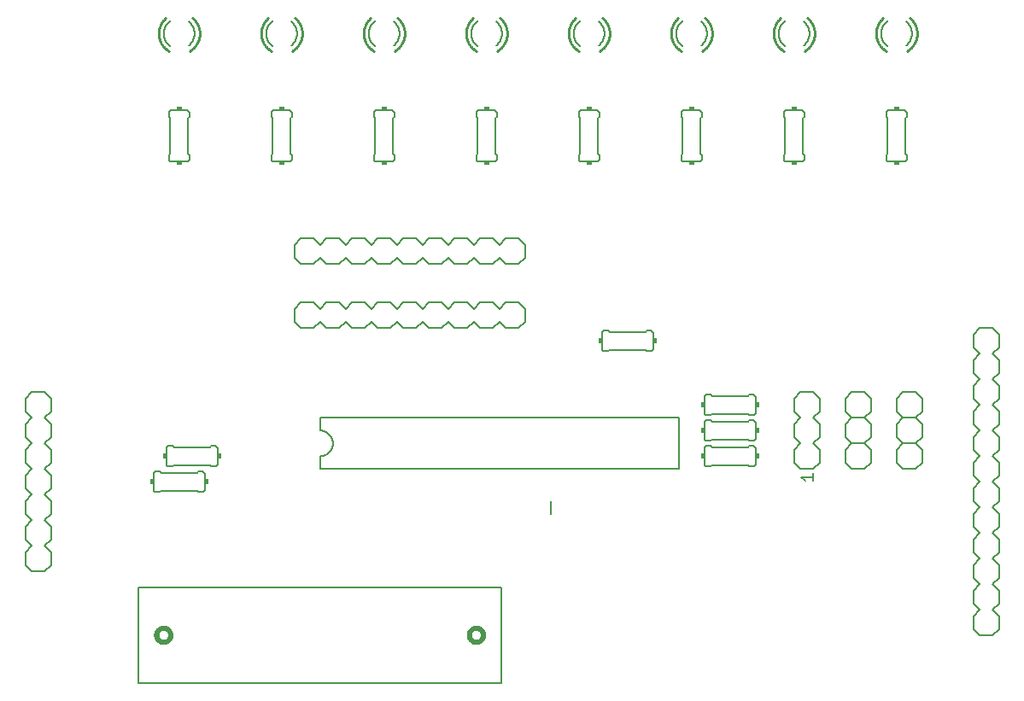
<source format=gto>
G75*
%MOIN*%
%OFA0B0*%
%FSLAX25Y25*%
%IPPOS*%
%LPD*%
%AMOC8*
5,1,8,0,0,1.08239X$1,22.5*
%
%ADD10C,0.00600*%
%ADD11C,0.00800*%
%ADD12C,0.01000*%
%ADD13R,0.02000X0.01500*%
%ADD14C,0.00500*%
%ADD15C,0.01969*%
%ADD16R,0.01500X0.02000*%
D10*
X0063600Y0083600D02*
X0065100Y0083600D01*
X0065600Y0084100D01*
X0079600Y0084100D01*
X0080100Y0083600D01*
X0081600Y0083600D01*
X0081660Y0083602D01*
X0081721Y0083607D01*
X0081780Y0083616D01*
X0081839Y0083629D01*
X0081898Y0083645D01*
X0081955Y0083665D01*
X0082010Y0083688D01*
X0082065Y0083715D01*
X0082117Y0083744D01*
X0082168Y0083777D01*
X0082217Y0083813D01*
X0082263Y0083851D01*
X0082307Y0083893D01*
X0082349Y0083937D01*
X0082387Y0083983D01*
X0082423Y0084032D01*
X0082456Y0084083D01*
X0082485Y0084135D01*
X0082512Y0084190D01*
X0082535Y0084245D01*
X0082555Y0084302D01*
X0082571Y0084361D01*
X0082584Y0084420D01*
X0082593Y0084479D01*
X0082598Y0084540D01*
X0082600Y0084600D01*
X0082600Y0090600D01*
X0082598Y0090660D01*
X0082593Y0090721D01*
X0082584Y0090780D01*
X0082571Y0090839D01*
X0082555Y0090898D01*
X0082535Y0090955D01*
X0082512Y0091010D01*
X0082485Y0091065D01*
X0082456Y0091117D01*
X0082423Y0091168D01*
X0082387Y0091217D01*
X0082349Y0091263D01*
X0082307Y0091307D01*
X0082263Y0091349D01*
X0082217Y0091387D01*
X0082168Y0091423D01*
X0082117Y0091456D01*
X0082065Y0091485D01*
X0082010Y0091512D01*
X0081955Y0091535D01*
X0081898Y0091555D01*
X0081839Y0091571D01*
X0081780Y0091584D01*
X0081721Y0091593D01*
X0081660Y0091598D01*
X0081600Y0091600D01*
X0080100Y0091600D01*
X0079600Y0091100D01*
X0065600Y0091100D01*
X0065100Y0091600D01*
X0063600Y0091600D01*
X0063540Y0091598D01*
X0063479Y0091593D01*
X0063420Y0091584D01*
X0063361Y0091571D01*
X0063302Y0091555D01*
X0063245Y0091535D01*
X0063190Y0091512D01*
X0063135Y0091485D01*
X0063083Y0091456D01*
X0063032Y0091423D01*
X0062983Y0091387D01*
X0062937Y0091349D01*
X0062893Y0091307D01*
X0062851Y0091263D01*
X0062813Y0091217D01*
X0062777Y0091168D01*
X0062744Y0091117D01*
X0062715Y0091065D01*
X0062688Y0091010D01*
X0062665Y0090955D01*
X0062645Y0090898D01*
X0062629Y0090839D01*
X0062616Y0090780D01*
X0062607Y0090721D01*
X0062602Y0090660D01*
X0062600Y0090600D01*
X0062600Y0084600D01*
X0062602Y0084540D01*
X0062607Y0084479D01*
X0062616Y0084420D01*
X0062629Y0084361D01*
X0062645Y0084302D01*
X0062665Y0084245D01*
X0062688Y0084190D01*
X0062715Y0084135D01*
X0062744Y0084083D01*
X0062777Y0084032D01*
X0062813Y0083983D01*
X0062851Y0083937D01*
X0062893Y0083893D01*
X0062937Y0083851D01*
X0062983Y0083813D01*
X0063032Y0083777D01*
X0063083Y0083744D01*
X0063135Y0083715D01*
X0063190Y0083688D01*
X0063245Y0083665D01*
X0063302Y0083645D01*
X0063361Y0083629D01*
X0063420Y0083616D01*
X0063479Y0083607D01*
X0063540Y0083602D01*
X0063600Y0083600D01*
X0068600Y0093600D02*
X0070100Y0093600D01*
X0070600Y0094100D01*
X0084600Y0094100D01*
X0085100Y0093600D01*
X0086600Y0093600D01*
X0086660Y0093602D01*
X0086721Y0093607D01*
X0086780Y0093616D01*
X0086839Y0093629D01*
X0086898Y0093645D01*
X0086955Y0093665D01*
X0087010Y0093688D01*
X0087065Y0093715D01*
X0087117Y0093744D01*
X0087168Y0093777D01*
X0087217Y0093813D01*
X0087263Y0093851D01*
X0087307Y0093893D01*
X0087349Y0093937D01*
X0087387Y0093983D01*
X0087423Y0094032D01*
X0087456Y0094083D01*
X0087485Y0094135D01*
X0087512Y0094190D01*
X0087535Y0094245D01*
X0087555Y0094302D01*
X0087571Y0094361D01*
X0087584Y0094420D01*
X0087593Y0094479D01*
X0087598Y0094540D01*
X0087600Y0094600D01*
X0087600Y0100600D01*
X0087598Y0100660D01*
X0087593Y0100721D01*
X0087584Y0100780D01*
X0087571Y0100839D01*
X0087555Y0100898D01*
X0087535Y0100955D01*
X0087512Y0101010D01*
X0087485Y0101065D01*
X0087456Y0101117D01*
X0087423Y0101168D01*
X0087387Y0101217D01*
X0087349Y0101263D01*
X0087307Y0101307D01*
X0087263Y0101349D01*
X0087217Y0101387D01*
X0087168Y0101423D01*
X0087117Y0101456D01*
X0087065Y0101485D01*
X0087010Y0101512D01*
X0086955Y0101535D01*
X0086898Y0101555D01*
X0086839Y0101571D01*
X0086780Y0101584D01*
X0086721Y0101593D01*
X0086660Y0101598D01*
X0086600Y0101600D01*
X0085100Y0101600D01*
X0084600Y0101100D01*
X0070600Y0101100D01*
X0070100Y0101600D01*
X0068600Y0101600D01*
X0068540Y0101598D01*
X0068479Y0101593D01*
X0068420Y0101584D01*
X0068361Y0101571D01*
X0068302Y0101555D01*
X0068245Y0101535D01*
X0068190Y0101512D01*
X0068135Y0101485D01*
X0068083Y0101456D01*
X0068032Y0101423D01*
X0067983Y0101387D01*
X0067937Y0101349D01*
X0067893Y0101307D01*
X0067851Y0101263D01*
X0067813Y0101217D01*
X0067777Y0101168D01*
X0067744Y0101117D01*
X0067715Y0101065D01*
X0067688Y0101010D01*
X0067665Y0100955D01*
X0067645Y0100898D01*
X0067629Y0100839D01*
X0067616Y0100780D01*
X0067607Y0100721D01*
X0067602Y0100660D01*
X0067600Y0100600D01*
X0067600Y0094600D01*
X0067602Y0094540D01*
X0067607Y0094479D01*
X0067616Y0094420D01*
X0067629Y0094361D01*
X0067645Y0094302D01*
X0067665Y0094245D01*
X0067688Y0094190D01*
X0067715Y0094135D01*
X0067744Y0094083D01*
X0067777Y0094032D01*
X0067813Y0093983D01*
X0067851Y0093937D01*
X0067893Y0093893D01*
X0067937Y0093851D01*
X0067983Y0093813D01*
X0068032Y0093777D01*
X0068083Y0093744D01*
X0068135Y0093715D01*
X0068190Y0093688D01*
X0068245Y0093665D01*
X0068302Y0093645D01*
X0068361Y0093629D01*
X0068420Y0093616D01*
X0068479Y0093607D01*
X0068540Y0093602D01*
X0068600Y0093600D01*
X0127600Y0092600D02*
X0127600Y0097600D01*
X0127740Y0097602D01*
X0127880Y0097608D01*
X0128020Y0097618D01*
X0128160Y0097631D01*
X0128299Y0097649D01*
X0128438Y0097671D01*
X0128575Y0097696D01*
X0128713Y0097725D01*
X0128849Y0097758D01*
X0128984Y0097795D01*
X0129118Y0097836D01*
X0129251Y0097881D01*
X0129383Y0097929D01*
X0129513Y0097981D01*
X0129642Y0098036D01*
X0129769Y0098095D01*
X0129895Y0098158D01*
X0130019Y0098224D01*
X0130140Y0098293D01*
X0130260Y0098366D01*
X0130378Y0098443D01*
X0130493Y0098522D01*
X0130607Y0098605D01*
X0130717Y0098691D01*
X0130826Y0098780D01*
X0130932Y0098872D01*
X0131035Y0098967D01*
X0131136Y0099064D01*
X0131233Y0099165D01*
X0131328Y0099268D01*
X0131420Y0099374D01*
X0131509Y0099483D01*
X0131595Y0099593D01*
X0131678Y0099707D01*
X0131757Y0099822D01*
X0131834Y0099940D01*
X0131907Y0100060D01*
X0131976Y0100181D01*
X0132042Y0100305D01*
X0132105Y0100431D01*
X0132164Y0100558D01*
X0132219Y0100687D01*
X0132271Y0100817D01*
X0132319Y0100949D01*
X0132364Y0101082D01*
X0132405Y0101216D01*
X0132442Y0101351D01*
X0132475Y0101487D01*
X0132504Y0101625D01*
X0132529Y0101762D01*
X0132551Y0101901D01*
X0132569Y0102040D01*
X0132582Y0102180D01*
X0132592Y0102320D01*
X0132598Y0102460D01*
X0132600Y0102600D01*
X0132598Y0102740D01*
X0132592Y0102880D01*
X0132582Y0103020D01*
X0132569Y0103160D01*
X0132551Y0103299D01*
X0132529Y0103438D01*
X0132504Y0103575D01*
X0132475Y0103713D01*
X0132442Y0103849D01*
X0132405Y0103984D01*
X0132364Y0104118D01*
X0132319Y0104251D01*
X0132271Y0104383D01*
X0132219Y0104513D01*
X0132164Y0104642D01*
X0132105Y0104769D01*
X0132042Y0104895D01*
X0131976Y0105019D01*
X0131907Y0105140D01*
X0131834Y0105260D01*
X0131757Y0105378D01*
X0131678Y0105493D01*
X0131595Y0105607D01*
X0131509Y0105717D01*
X0131420Y0105826D01*
X0131328Y0105932D01*
X0131233Y0106035D01*
X0131136Y0106136D01*
X0131035Y0106233D01*
X0130932Y0106328D01*
X0130826Y0106420D01*
X0130717Y0106509D01*
X0130607Y0106595D01*
X0130493Y0106678D01*
X0130378Y0106757D01*
X0130260Y0106834D01*
X0130140Y0106907D01*
X0130019Y0106976D01*
X0129895Y0107042D01*
X0129769Y0107105D01*
X0129642Y0107164D01*
X0129513Y0107219D01*
X0129383Y0107271D01*
X0129251Y0107319D01*
X0129118Y0107364D01*
X0128984Y0107405D01*
X0128849Y0107442D01*
X0128713Y0107475D01*
X0128575Y0107504D01*
X0128438Y0107529D01*
X0128299Y0107551D01*
X0128160Y0107569D01*
X0128020Y0107582D01*
X0127880Y0107592D01*
X0127740Y0107598D01*
X0127600Y0107600D01*
X0127600Y0112600D01*
X0267600Y0112600D01*
X0267600Y0092600D01*
X0128100Y0092600D01*
X0237600Y0139600D02*
X0237600Y0145600D01*
X0237602Y0145660D01*
X0237607Y0145721D01*
X0237616Y0145780D01*
X0237629Y0145839D01*
X0237645Y0145898D01*
X0237665Y0145955D01*
X0237688Y0146010D01*
X0237715Y0146065D01*
X0237744Y0146117D01*
X0237777Y0146168D01*
X0237813Y0146217D01*
X0237851Y0146263D01*
X0237893Y0146307D01*
X0237937Y0146349D01*
X0237983Y0146387D01*
X0238032Y0146423D01*
X0238083Y0146456D01*
X0238135Y0146485D01*
X0238190Y0146512D01*
X0238245Y0146535D01*
X0238302Y0146555D01*
X0238361Y0146571D01*
X0238420Y0146584D01*
X0238479Y0146593D01*
X0238540Y0146598D01*
X0238600Y0146600D01*
X0240100Y0146600D01*
X0240600Y0146100D01*
X0254600Y0146100D01*
X0255100Y0146600D01*
X0256600Y0146600D01*
X0256660Y0146598D01*
X0256721Y0146593D01*
X0256780Y0146584D01*
X0256839Y0146571D01*
X0256898Y0146555D01*
X0256955Y0146535D01*
X0257010Y0146512D01*
X0257065Y0146485D01*
X0257117Y0146456D01*
X0257168Y0146423D01*
X0257217Y0146387D01*
X0257263Y0146349D01*
X0257307Y0146307D01*
X0257349Y0146263D01*
X0257387Y0146217D01*
X0257423Y0146168D01*
X0257456Y0146117D01*
X0257485Y0146065D01*
X0257512Y0146010D01*
X0257535Y0145955D01*
X0257555Y0145898D01*
X0257571Y0145839D01*
X0257584Y0145780D01*
X0257593Y0145721D01*
X0257598Y0145660D01*
X0257600Y0145600D01*
X0257600Y0139600D01*
X0257598Y0139540D01*
X0257593Y0139479D01*
X0257584Y0139420D01*
X0257571Y0139361D01*
X0257555Y0139302D01*
X0257535Y0139245D01*
X0257512Y0139190D01*
X0257485Y0139135D01*
X0257456Y0139083D01*
X0257423Y0139032D01*
X0257387Y0138983D01*
X0257349Y0138937D01*
X0257307Y0138893D01*
X0257263Y0138851D01*
X0257217Y0138813D01*
X0257168Y0138777D01*
X0257117Y0138744D01*
X0257065Y0138715D01*
X0257010Y0138688D01*
X0256955Y0138665D01*
X0256898Y0138645D01*
X0256839Y0138629D01*
X0256780Y0138616D01*
X0256721Y0138607D01*
X0256660Y0138602D01*
X0256600Y0138600D01*
X0255100Y0138600D01*
X0254600Y0139100D01*
X0240600Y0139100D01*
X0240100Y0138600D01*
X0238600Y0138600D01*
X0238540Y0138602D01*
X0238479Y0138607D01*
X0238420Y0138616D01*
X0238361Y0138629D01*
X0238302Y0138645D01*
X0238245Y0138665D01*
X0238190Y0138688D01*
X0238135Y0138715D01*
X0238083Y0138744D01*
X0238032Y0138777D01*
X0237983Y0138813D01*
X0237937Y0138851D01*
X0237893Y0138893D01*
X0237851Y0138937D01*
X0237813Y0138983D01*
X0237777Y0139032D01*
X0237744Y0139083D01*
X0237715Y0139135D01*
X0237688Y0139190D01*
X0237665Y0139245D01*
X0237645Y0139302D01*
X0237629Y0139361D01*
X0237616Y0139420D01*
X0237607Y0139479D01*
X0237602Y0139540D01*
X0237600Y0139600D01*
X0277600Y0120600D02*
X0277600Y0114600D01*
X0277602Y0114540D01*
X0277607Y0114479D01*
X0277616Y0114420D01*
X0277629Y0114361D01*
X0277645Y0114302D01*
X0277665Y0114245D01*
X0277688Y0114190D01*
X0277715Y0114135D01*
X0277744Y0114083D01*
X0277777Y0114032D01*
X0277813Y0113983D01*
X0277851Y0113937D01*
X0277893Y0113893D01*
X0277937Y0113851D01*
X0277983Y0113813D01*
X0278032Y0113777D01*
X0278083Y0113744D01*
X0278135Y0113715D01*
X0278190Y0113688D01*
X0278245Y0113665D01*
X0278302Y0113645D01*
X0278361Y0113629D01*
X0278420Y0113616D01*
X0278479Y0113607D01*
X0278540Y0113602D01*
X0278600Y0113600D01*
X0280100Y0113600D01*
X0280600Y0114100D01*
X0294600Y0114100D01*
X0295100Y0113600D01*
X0296600Y0113600D01*
X0296660Y0113602D01*
X0296721Y0113607D01*
X0296780Y0113616D01*
X0296839Y0113629D01*
X0296898Y0113645D01*
X0296955Y0113665D01*
X0297010Y0113688D01*
X0297065Y0113715D01*
X0297117Y0113744D01*
X0297168Y0113777D01*
X0297217Y0113813D01*
X0297263Y0113851D01*
X0297307Y0113893D01*
X0297349Y0113937D01*
X0297387Y0113983D01*
X0297423Y0114032D01*
X0297456Y0114083D01*
X0297485Y0114135D01*
X0297512Y0114190D01*
X0297535Y0114245D01*
X0297555Y0114302D01*
X0297571Y0114361D01*
X0297584Y0114420D01*
X0297593Y0114479D01*
X0297598Y0114540D01*
X0297600Y0114600D01*
X0297600Y0120600D01*
X0297598Y0120660D01*
X0297593Y0120721D01*
X0297584Y0120780D01*
X0297571Y0120839D01*
X0297555Y0120898D01*
X0297535Y0120955D01*
X0297512Y0121010D01*
X0297485Y0121065D01*
X0297456Y0121117D01*
X0297423Y0121168D01*
X0297387Y0121217D01*
X0297349Y0121263D01*
X0297307Y0121307D01*
X0297263Y0121349D01*
X0297217Y0121387D01*
X0297168Y0121423D01*
X0297117Y0121456D01*
X0297065Y0121485D01*
X0297010Y0121512D01*
X0296955Y0121535D01*
X0296898Y0121555D01*
X0296839Y0121571D01*
X0296780Y0121584D01*
X0296721Y0121593D01*
X0296660Y0121598D01*
X0296600Y0121600D01*
X0295100Y0121600D01*
X0294600Y0121100D01*
X0280600Y0121100D01*
X0280100Y0121600D01*
X0278600Y0121600D01*
X0278540Y0121598D01*
X0278479Y0121593D01*
X0278420Y0121584D01*
X0278361Y0121571D01*
X0278302Y0121555D01*
X0278245Y0121535D01*
X0278190Y0121512D01*
X0278135Y0121485D01*
X0278083Y0121456D01*
X0278032Y0121423D01*
X0277983Y0121387D01*
X0277937Y0121349D01*
X0277893Y0121307D01*
X0277851Y0121263D01*
X0277813Y0121217D01*
X0277777Y0121168D01*
X0277744Y0121117D01*
X0277715Y0121065D01*
X0277688Y0121010D01*
X0277665Y0120955D01*
X0277645Y0120898D01*
X0277629Y0120839D01*
X0277616Y0120780D01*
X0277607Y0120721D01*
X0277602Y0120660D01*
X0277600Y0120600D01*
X0278600Y0111600D02*
X0280100Y0111600D01*
X0280600Y0111100D01*
X0294600Y0111100D01*
X0295100Y0111600D01*
X0296600Y0111600D01*
X0296660Y0111598D01*
X0296721Y0111593D01*
X0296780Y0111584D01*
X0296839Y0111571D01*
X0296898Y0111555D01*
X0296955Y0111535D01*
X0297010Y0111512D01*
X0297065Y0111485D01*
X0297117Y0111456D01*
X0297168Y0111423D01*
X0297217Y0111387D01*
X0297263Y0111349D01*
X0297307Y0111307D01*
X0297349Y0111263D01*
X0297387Y0111217D01*
X0297423Y0111168D01*
X0297456Y0111117D01*
X0297485Y0111065D01*
X0297512Y0111010D01*
X0297535Y0110955D01*
X0297555Y0110898D01*
X0297571Y0110839D01*
X0297584Y0110780D01*
X0297593Y0110721D01*
X0297598Y0110660D01*
X0297600Y0110600D01*
X0297600Y0104600D01*
X0297598Y0104540D01*
X0297593Y0104479D01*
X0297584Y0104420D01*
X0297571Y0104361D01*
X0297555Y0104302D01*
X0297535Y0104245D01*
X0297512Y0104190D01*
X0297485Y0104135D01*
X0297456Y0104083D01*
X0297423Y0104032D01*
X0297387Y0103983D01*
X0297349Y0103937D01*
X0297307Y0103893D01*
X0297263Y0103851D01*
X0297217Y0103813D01*
X0297168Y0103777D01*
X0297117Y0103744D01*
X0297065Y0103715D01*
X0297010Y0103688D01*
X0296955Y0103665D01*
X0296898Y0103645D01*
X0296839Y0103629D01*
X0296780Y0103616D01*
X0296721Y0103607D01*
X0296660Y0103602D01*
X0296600Y0103600D01*
X0295100Y0103600D01*
X0294600Y0104100D01*
X0280600Y0104100D01*
X0280100Y0103600D01*
X0278600Y0103600D01*
X0278540Y0103602D01*
X0278479Y0103607D01*
X0278420Y0103616D01*
X0278361Y0103629D01*
X0278302Y0103645D01*
X0278245Y0103665D01*
X0278190Y0103688D01*
X0278135Y0103715D01*
X0278083Y0103744D01*
X0278032Y0103777D01*
X0277983Y0103813D01*
X0277937Y0103851D01*
X0277893Y0103893D01*
X0277851Y0103937D01*
X0277813Y0103983D01*
X0277777Y0104032D01*
X0277744Y0104083D01*
X0277715Y0104135D01*
X0277688Y0104190D01*
X0277665Y0104245D01*
X0277645Y0104302D01*
X0277629Y0104361D01*
X0277616Y0104420D01*
X0277607Y0104479D01*
X0277602Y0104540D01*
X0277600Y0104600D01*
X0277600Y0110600D01*
X0277602Y0110660D01*
X0277607Y0110721D01*
X0277616Y0110780D01*
X0277629Y0110839D01*
X0277645Y0110898D01*
X0277665Y0110955D01*
X0277688Y0111010D01*
X0277715Y0111065D01*
X0277744Y0111117D01*
X0277777Y0111168D01*
X0277813Y0111217D01*
X0277851Y0111263D01*
X0277893Y0111307D01*
X0277937Y0111349D01*
X0277983Y0111387D01*
X0278032Y0111423D01*
X0278083Y0111456D01*
X0278135Y0111485D01*
X0278190Y0111512D01*
X0278245Y0111535D01*
X0278302Y0111555D01*
X0278361Y0111571D01*
X0278420Y0111584D01*
X0278479Y0111593D01*
X0278540Y0111598D01*
X0278600Y0111600D01*
X0278600Y0101600D02*
X0280100Y0101600D01*
X0280600Y0101100D01*
X0294600Y0101100D01*
X0295100Y0101600D01*
X0296600Y0101600D01*
X0296660Y0101598D01*
X0296721Y0101593D01*
X0296780Y0101584D01*
X0296839Y0101571D01*
X0296898Y0101555D01*
X0296955Y0101535D01*
X0297010Y0101512D01*
X0297065Y0101485D01*
X0297117Y0101456D01*
X0297168Y0101423D01*
X0297217Y0101387D01*
X0297263Y0101349D01*
X0297307Y0101307D01*
X0297349Y0101263D01*
X0297387Y0101217D01*
X0297423Y0101168D01*
X0297456Y0101117D01*
X0297485Y0101065D01*
X0297512Y0101010D01*
X0297535Y0100955D01*
X0297555Y0100898D01*
X0297571Y0100839D01*
X0297584Y0100780D01*
X0297593Y0100721D01*
X0297598Y0100660D01*
X0297600Y0100600D01*
X0297600Y0094600D01*
X0297598Y0094540D01*
X0297593Y0094479D01*
X0297584Y0094420D01*
X0297571Y0094361D01*
X0297555Y0094302D01*
X0297535Y0094245D01*
X0297512Y0094190D01*
X0297485Y0094135D01*
X0297456Y0094083D01*
X0297423Y0094032D01*
X0297387Y0093983D01*
X0297349Y0093937D01*
X0297307Y0093893D01*
X0297263Y0093851D01*
X0297217Y0093813D01*
X0297168Y0093777D01*
X0297117Y0093744D01*
X0297065Y0093715D01*
X0297010Y0093688D01*
X0296955Y0093665D01*
X0296898Y0093645D01*
X0296839Y0093629D01*
X0296780Y0093616D01*
X0296721Y0093607D01*
X0296660Y0093602D01*
X0296600Y0093600D01*
X0295100Y0093600D01*
X0294600Y0094100D01*
X0280600Y0094100D01*
X0280100Y0093600D01*
X0278600Y0093600D01*
X0278540Y0093602D01*
X0278479Y0093607D01*
X0278420Y0093616D01*
X0278361Y0093629D01*
X0278302Y0093645D01*
X0278245Y0093665D01*
X0278190Y0093688D01*
X0278135Y0093715D01*
X0278083Y0093744D01*
X0278032Y0093777D01*
X0277983Y0093813D01*
X0277937Y0093851D01*
X0277893Y0093893D01*
X0277851Y0093937D01*
X0277813Y0093983D01*
X0277777Y0094032D01*
X0277744Y0094083D01*
X0277715Y0094135D01*
X0277688Y0094190D01*
X0277665Y0094245D01*
X0277645Y0094302D01*
X0277629Y0094361D01*
X0277616Y0094420D01*
X0277607Y0094479D01*
X0277602Y0094540D01*
X0277600Y0094600D01*
X0277600Y0100600D01*
X0277602Y0100660D01*
X0277607Y0100721D01*
X0277616Y0100780D01*
X0277629Y0100839D01*
X0277645Y0100898D01*
X0277665Y0100955D01*
X0277688Y0101010D01*
X0277715Y0101065D01*
X0277744Y0101117D01*
X0277777Y0101168D01*
X0277813Y0101217D01*
X0277851Y0101263D01*
X0277893Y0101307D01*
X0277937Y0101349D01*
X0277983Y0101387D01*
X0278032Y0101423D01*
X0278083Y0101456D01*
X0278135Y0101485D01*
X0278190Y0101512D01*
X0278245Y0101535D01*
X0278302Y0101555D01*
X0278361Y0101571D01*
X0278420Y0101584D01*
X0278479Y0101593D01*
X0278540Y0101598D01*
X0278600Y0101600D01*
X0312600Y0100100D02*
X0312600Y0095100D01*
X0315100Y0092600D01*
X0320100Y0092600D01*
X0322600Y0095100D01*
X0322600Y0100100D01*
X0320100Y0102600D01*
X0322600Y0105100D01*
X0322600Y0110100D01*
X0320100Y0112600D01*
X0322600Y0115100D01*
X0322600Y0120100D01*
X0320100Y0122600D01*
X0315100Y0122600D01*
X0312600Y0120100D01*
X0312600Y0115100D01*
X0315100Y0112600D01*
X0312600Y0110100D01*
X0312600Y0105100D01*
X0315100Y0102600D01*
X0312600Y0100100D01*
X0332600Y0100100D02*
X0332600Y0095100D01*
X0335100Y0092600D01*
X0340100Y0092600D01*
X0342600Y0095100D01*
X0342600Y0100100D01*
X0340100Y0102600D01*
X0342600Y0105100D01*
X0342600Y0110100D01*
X0340100Y0112600D01*
X0342600Y0115100D01*
X0342600Y0120100D01*
X0340100Y0122600D01*
X0335100Y0122600D01*
X0332600Y0120100D01*
X0332600Y0115100D01*
X0335100Y0112600D01*
X0340100Y0112600D01*
X0335100Y0112600D02*
X0332600Y0110100D01*
X0332600Y0105100D01*
X0335100Y0102600D01*
X0340100Y0102600D01*
X0335100Y0102600D02*
X0332600Y0100100D01*
X0352600Y0100100D02*
X0352600Y0095100D01*
X0355100Y0092600D01*
X0360100Y0092600D01*
X0362600Y0095100D01*
X0362600Y0100100D01*
X0360100Y0102600D01*
X0362600Y0105100D01*
X0362600Y0110100D01*
X0360100Y0112600D01*
X0362600Y0115100D01*
X0362600Y0120100D01*
X0360100Y0122600D01*
X0355100Y0122600D01*
X0352600Y0120100D01*
X0352600Y0115100D01*
X0355100Y0112600D01*
X0360100Y0112600D01*
X0355100Y0112600D02*
X0352600Y0110100D01*
X0352600Y0105100D01*
X0355100Y0102600D01*
X0360100Y0102600D01*
X0355100Y0102600D02*
X0352600Y0100100D01*
X0355600Y0212600D02*
X0349600Y0212600D01*
X0349540Y0212602D01*
X0349479Y0212607D01*
X0349420Y0212616D01*
X0349361Y0212629D01*
X0349302Y0212645D01*
X0349245Y0212665D01*
X0349190Y0212688D01*
X0349135Y0212715D01*
X0349083Y0212744D01*
X0349032Y0212777D01*
X0348983Y0212813D01*
X0348937Y0212851D01*
X0348893Y0212893D01*
X0348851Y0212937D01*
X0348813Y0212983D01*
X0348777Y0213032D01*
X0348744Y0213083D01*
X0348715Y0213135D01*
X0348688Y0213190D01*
X0348665Y0213245D01*
X0348645Y0213302D01*
X0348629Y0213361D01*
X0348616Y0213420D01*
X0348607Y0213479D01*
X0348602Y0213540D01*
X0348600Y0213600D01*
X0348600Y0215100D01*
X0349100Y0215600D01*
X0349100Y0229600D01*
X0348600Y0230100D01*
X0348600Y0231600D01*
X0348602Y0231660D01*
X0348607Y0231721D01*
X0348616Y0231780D01*
X0348629Y0231839D01*
X0348645Y0231898D01*
X0348665Y0231955D01*
X0348688Y0232010D01*
X0348715Y0232065D01*
X0348744Y0232117D01*
X0348777Y0232168D01*
X0348813Y0232217D01*
X0348851Y0232263D01*
X0348893Y0232307D01*
X0348937Y0232349D01*
X0348983Y0232387D01*
X0349032Y0232423D01*
X0349083Y0232456D01*
X0349135Y0232485D01*
X0349190Y0232512D01*
X0349245Y0232535D01*
X0349302Y0232555D01*
X0349361Y0232571D01*
X0349420Y0232584D01*
X0349479Y0232593D01*
X0349540Y0232598D01*
X0349600Y0232600D01*
X0355600Y0232600D01*
X0355660Y0232598D01*
X0355721Y0232593D01*
X0355780Y0232584D01*
X0355839Y0232571D01*
X0355898Y0232555D01*
X0355955Y0232535D01*
X0356010Y0232512D01*
X0356065Y0232485D01*
X0356117Y0232456D01*
X0356168Y0232423D01*
X0356217Y0232387D01*
X0356263Y0232349D01*
X0356307Y0232307D01*
X0356349Y0232263D01*
X0356387Y0232217D01*
X0356423Y0232168D01*
X0356456Y0232117D01*
X0356485Y0232065D01*
X0356512Y0232010D01*
X0356535Y0231955D01*
X0356555Y0231898D01*
X0356571Y0231839D01*
X0356584Y0231780D01*
X0356593Y0231721D01*
X0356598Y0231660D01*
X0356600Y0231600D01*
X0356600Y0230100D01*
X0356100Y0229600D01*
X0356100Y0215600D01*
X0356600Y0215100D01*
X0356600Y0213600D01*
X0356598Y0213540D01*
X0356593Y0213479D01*
X0356584Y0213420D01*
X0356571Y0213361D01*
X0356555Y0213302D01*
X0356535Y0213245D01*
X0356512Y0213190D01*
X0356485Y0213135D01*
X0356456Y0213083D01*
X0356423Y0213032D01*
X0356387Y0212983D01*
X0356349Y0212937D01*
X0356307Y0212893D01*
X0356263Y0212851D01*
X0356217Y0212813D01*
X0356168Y0212777D01*
X0356117Y0212744D01*
X0356065Y0212715D01*
X0356010Y0212688D01*
X0355955Y0212665D01*
X0355898Y0212645D01*
X0355839Y0212629D01*
X0355780Y0212616D01*
X0355721Y0212607D01*
X0355660Y0212602D01*
X0355600Y0212600D01*
X0316600Y0213600D02*
X0316600Y0215100D01*
X0316100Y0215600D01*
X0316100Y0229600D01*
X0316600Y0230100D01*
X0316600Y0231600D01*
X0316598Y0231660D01*
X0316593Y0231721D01*
X0316584Y0231780D01*
X0316571Y0231839D01*
X0316555Y0231898D01*
X0316535Y0231955D01*
X0316512Y0232010D01*
X0316485Y0232065D01*
X0316456Y0232117D01*
X0316423Y0232168D01*
X0316387Y0232217D01*
X0316349Y0232263D01*
X0316307Y0232307D01*
X0316263Y0232349D01*
X0316217Y0232387D01*
X0316168Y0232423D01*
X0316117Y0232456D01*
X0316065Y0232485D01*
X0316010Y0232512D01*
X0315955Y0232535D01*
X0315898Y0232555D01*
X0315839Y0232571D01*
X0315780Y0232584D01*
X0315721Y0232593D01*
X0315660Y0232598D01*
X0315600Y0232600D01*
X0309600Y0232600D01*
X0309540Y0232598D01*
X0309479Y0232593D01*
X0309420Y0232584D01*
X0309361Y0232571D01*
X0309302Y0232555D01*
X0309245Y0232535D01*
X0309190Y0232512D01*
X0309135Y0232485D01*
X0309083Y0232456D01*
X0309032Y0232423D01*
X0308983Y0232387D01*
X0308937Y0232349D01*
X0308893Y0232307D01*
X0308851Y0232263D01*
X0308813Y0232217D01*
X0308777Y0232168D01*
X0308744Y0232117D01*
X0308715Y0232065D01*
X0308688Y0232010D01*
X0308665Y0231955D01*
X0308645Y0231898D01*
X0308629Y0231839D01*
X0308616Y0231780D01*
X0308607Y0231721D01*
X0308602Y0231660D01*
X0308600Y0231600D01*
X0308600Y0230100D01*
X0309100Y0229600D01*
X0309100Y0215600D01*
X0308600Y0215100D01*
X0308600Y0213600D01*
X0308602Y0213540D01*
X0308607Y0213479D01*
X0308616Y0213420D01*
X0308629Y0213361D01*
X0308645Y0213302D01*
X0308665Y0213245D01*
X0308688Y0213190D01*
X0308715Y0213135D01*
X0308744Y0213083D01*
X0308777Y0213032D01*
X0308813Y0212983D01*
X0308851Y0212937D01*
X0308893Y0212893D01*
X0308937Y0212851D01*
X0308983Y0212813D01*
X0309032Y0212777D01*
X0309083Y0212744D01*
X0309135Y0212715D01*
X0309190Y0212688D01*
X0309245Y0212665D01*
X0309302Y0212645D01*
X0309361Y0212629D01*
X0309420Y0212616D01*
X0309479Y0212607D01*
X0309540Y0212602D01*
X0309600Y0212600D01*
X0315600Y0212600D01*
X0315660Y0212602D01*
X0315721Y0212607D01*
X0315780Y0212616D01*
X0315839Y0212629D01*
X0315898Y0212645D01*
X0315955Y0212665D01*
X0316010Y0212688D01*
X0316065Y0212715D01*
X0316117Y0212744D01*
X0316168Y0212777D01*
X0316217Y0212813D01*
X0316263Y0212851D01*
X0316307Y0212893D01*
X0316349Y0212937D01*
X0316387Y0212983D01*
X0316423Y0213032D01*
X0316456Y0213083D01*
X0316485Y0213135D01*
X0316512Y0213190D01*
X0316535Y0213245D01*
X0316555Y0213302D01*
X0316571Y0213361D01*
X0316584Y0213420D01*
X0316593Y0213479D01*
X0316598Y0213540D01*
X0316600Y0213600D01*
X0276600Y0213600D02*
X0276600Y0215100D01*
X0276100Y0215600D01*
X0276100Y0229600D01*
X0276600Y0230100D01*
X0276600Y0231600D01*
X0276598Y0231660D01*
X0276593Y0231721D01*
X0276584Y0231780D01*
X0276571Y0231839D01*
X0276555Y0231898D01*
X0276535Y0231955D01*
X0276512Y0232010D01*
X0276485Y0232065D01*
X0276456Y0232117D01*
X0276423Y0232168D01*
X0276387Y0232217D01*
X0276349Y0232263D01*
X0276307Y0232307D01*
X0276263Y0232349D01*
X0276217Y0232387D01*
X0276168Y0232423D01*
X0276117Y0232456D01*
X0276065Y0232485D01*
X0276010Y0232512D01*
X0275955Y0232535D01*
X0275898Y0232555D01*
X0275839Y0232571D01*
X0275780Y0232584D01*
X0275721Y0232593D01*
X0275660Y0232598D01*
X0275600Y0232600D01*
X0269600Y0232600D01*
X0269540Y0232598D01*
X0269479Y0232593D01*
X0269420Y0232584D01*
X0269361Y0232571D01*
X0269302Y0232555D01*
X0269245Y0232535D01*
X0269190Y0232512D01*
X0269135Y0232485D01*
X0269083Y0232456D01*
X0269032Y0232423D01*
X0268983Y0232387D01*
X0268937Y0232349D01*
X0268893Y0232307D01*
X0268851Y0232263D01*
X0268813Y0232217D01*
X0268777Y0232168D01*
X0268744Y0232117D01*
X0268715Y0232065D01*
X0268688Y0232010D01*
X0268665Y0231955D01*
X0268645Y0231898D01*
X0268629Y0231839D01*
X0268616Y0231780D01*
X0268607Y0231721D01*
X0268602Y0231660D01*
X0268600Y0231600D01*
X0268600Y0230100D01*
X0269100Y0229600D01*
X0269100Y0215600D01*
X0268600Y0215100D01*
X0268600Y0213600D01*
X0268602Y0213540D01*
X0268607Y0213479D01*
X0268616Y0213420D01*
X0268629Y0213361D01*
X0268645Y0213302D01*
X0268665Y0213245D01*
X0268688Y0213190D01*
X0268715Y0213135D01*
X0268744Y0213083D01*
X0268777Y0213032D01*
X0268813Y0212983D01*
X0268851Y0212937D01*
X0268893Y0212893D01*
X0268937Y0212851D01*
X0268983Y0212813D01*
X0269032Y0212777D01*
X0269083Y0212744D01*
X0269135Y0212715D01*
X0269190Y0212688D01*
X0269245Y0212665D01*
X0269302Y0212645D01*
X0269361Y0212629D01*
X0269420Y0212616D01*
X0269479Y0212607D01*
X0269540Y0212602D01*
X0269600Y0212600D01*
X0275600Y0212600D01*
X0275660Y0212602D01*
X0275721Y0212607D01*
X0275780Y0212616D01*
X0275839Y0212629D01*
X0275898Y0212645D01*
X0275955Y0212665D01*
X0276010Y0212688D01*
X0276065Y0212715D01*
X0276117Y0212744D01*
X0276168Y0212777D01*
X0276217Y0212813D01*
X0276263Y0212851D01*
X0276307Y0212893D01*
X0276349Y0212937D01*
X0276387Y0212983D01*
X0276423Y0213032D01*
X0276456Y0213083D01*
X0276485Y0213135D01*
X0276512Y0213190D01*
X0276535Y0213245D01*
X0276555Y0213302D01*
X0276571Y0213361D01*
X0276584Y0213420D01*
X0276593Y0213479D01*
X0276598Y0213540D01*
X0276600Y0213600D01*
X0236600Y0213600D02*
X0236600Y0215100D01*
X0236100Y0215600D01*
X0236100Y0229600D01*
X0236600Y0230100D01*
X0236600Y0231600D01*
X0236598Y0231660D01*
X0236593Y0231721D01*
X0236584Y0231780D01*
X0236571Y0231839D01*
X0236555Y0231898D01*
X0236535Y0231955D01*
X0236512Y0232010D01*
X0236485Y0232065D01*
X0236456Y0232117D01*
X0236423Y0232168D01*
X0236387Y0232217D01*
X0236349Y0232263D01*
X0236307Y0232307D01*
X0236263Y0232349D01*
X0236217Y0232387D01*
X0236168Y0232423D01*
X0236117Y0232456D01*
X0236065Y0232485D01*
X0236010Y0232512D01*
X0235955Y0232535D01*
X0235898Y0232555D01*
X0235839Y0232571D01*
X0235780Y0232584D01*
X0235721Y0232593D01*
X0235660Y0232598D01*
X0235600Y0232600D01*
X0229600Y0232600D01*
X0229540Y0232598D01*
X0229479Y0232593D01*
X0229420Y0232584D01*
X0229361Y0232571D01*
X0229302Y0232555D01*
X0229245Y0232535D01*
X0229190Y0232512D01*
X0229135Y0232485D01*
X0229083Y0232456D01*
X0229032Y0232423D01*
X0228983Y0232387D01*
X0228937Y0232349D01*
X0228893Y0232307D01*
X0228851Y0232263D01*
X0228813Y0232217D01*
X0228777Y0232168D01*
X0228744Y0232117D01*
X0228715Y0232065D01*
X0228688Y0232010D01*
X0228665Y0231955D01*
X0228645Y0231898D01*
X0228629Y0231839D01*
X0228616Y0231780D01*
X0228607Y0231721D01*
X0228602Y0231660D01*
X0228600Y0231600D01*
X0228600Y0230100D01*
X0229100Y0229600D01*
X0229100Y0215600D01*
X0228600Y0215100D01*
X0228600Y0213600D01*
X0228602Y0213540D01*
X0228607Y0213479D01*
X0228616Y0213420D01*
X0228629Y0213361D01*
X0228645Y0213302D01*
X0228665Y0213245D01*
X0228688Y0213190D01*
X0228715Y0213135D01*
X0228744Y0213083D01*
X0228777Y0213032D01*
X0228813Y0212983D01*
X0228851Y0212937D01*
X0228893Y0212893D01*
X0228937Y0212851D01*
X0228983Y0212813D01*
X0229032Y0212777D01*
X0229083Y0212744D01*
X0229135Y0212715D01*
X0229190Y0212688D01*
X0229245Y0212665D01*
X0229302Y0212645D01*
X0229361Y0212629D01*
X0229420Y0212616D01*
X0229479Y0212607D01*
X0229540Y0212602D01*
X0229600Y0212600D01*
X0235600Y0212600D01*
X0235660Y0212602D01*
X0235721Y0212607D01*
X0235780Y0212616D01*
X0235839Y0212629D01*
X0235898Y0212645D01*
X0235955Y0212665D01*
X0236010Y0212688D01*
X0236065Y0212715D01*
X0236117Y0212744D01*
X0236168Y0212777D01*
X0236217Y0212813D01*
X0236263Y0212851D01*
X0236307Y0212893D01*
X0236349Y0212937D01*
X0236387Y0212983D01*
X0236423Y0213032D01*
X0236456Y0213083D01*
X0236485Y0213135D01*
X0236512Y0213190D01*
X0236535Y0213245D01*
X0236555Y0213302D01*
X0236571Y0213361D01*
X0236584Y0213420D01*
X0236593Y0213479D01*
X0236598Y0213540D01*
X0236600Y0213600D01*
X0196600Y0213600D02*
X0196600Y0215100D01*
X0196100Y0215600D01*
X0196100Y0229600D01*
X0196600Y0230100D01*
X0196600Y0231600D01*
X0196598Y0231660D01*
X0196593Y0231721D01*
X0196584Y0231780D01*
X0196571Y0231839D01*
X0196555Y0231898D01*
X0196535Y0231955D01*
X0196512Y0232010D01*
X0196485Y0232065D01*
X0196456Y0232117D01*
X0196423Y0232168D01*
X0196387Y0232217D01*
X0196349Y0232263D01*
X0196307Y0232307D01*
X0196263Y0232349D01*
X0196217Y0232387D01*
X0196168Y0232423D01*
X0196117Y0232456D01*
X0196065Y0232485D01*
X0196010Y0232512D01*
X0195955Y0232535D01*
X0195898Y0232555D01*
X0195839Y0232571D01*
X0195780Y0232584D01*
X0195721Y0232593D01*
X0195660Y0232598D01*
X0195600Y0232600D01*
X0189600Y0232600D01*
X0189540Y0232598D01*
X0189479Y0232593D01*
X0189420Y0232584D01*
X0189361Y0232571D01*
X0189302Y0232555D01*
X0189245Y0232535D01*
X0189190Y0232512D01*
X0189135Y0232485D01*
X0189083Y0232456D01*
X0189032Y0232423D01*
X0188983Y0232387D01*
X0188937Y0232349D01*
X0188893Y0232307D01*
X0188851Y0232263D01*
X0188813Y0232217D01*
X0188777Y0232168D01*
X0188744Y0232117D01*
X0188715Y0232065D01*
X0188688Y0232010D01*
X0188665Y0231955D01*
X0188645Y0231898D01*
X0188629Y0231839D01*
X0188616Y0231780D01*
X0188607Y0231721D01*
X0188602Y0231660D01*
X0188600Y0231600D01*
X0188600Y0230100D01*
X0189100Y0229600D01*
X0189100Y0215600D01*
X0188600Y0215100D01*
X0188600Y0213600D01*
X0188602Y0213540D01*
X0188607Y0213479D01*
X0188616Y0213420D01*
X0188629Y0213361D01*
X0188645Y0213302D01*
X0188665Y0213245D01*
X0188688Y0213190D01*
X0188715Y0213135D01*
X0188744Y0213083D01*
X0188777Y0213032D01*
X0188813Y0212983D01*
X0188851Y0212937D01*
X0188893Y0212893D01*
X0188937Y0212851D01*
X0188983Y0212813D01*
X0189032Y0212777D01*
X0189083Y0212744D01*
X0189135Y0212715D01*
X0189190Y0212688D01*
X0189245Y0212665D01*
X0189302Y0212645D01*
X0189361Y0212629D01*
X0189420Y0212616D01*
X0189479Y0212607D01*
X0189540Y0212602D01*
X0189600Y0212600D01*
X0195600Y0212600D01*
X0195660Y0212602D01*
X0195721Y0212607D01*
X0195780Y0212616D01*
X0195839Y0212629D01*
X0195898Y0212645D01*
X0195955Y0212665D01*
X0196010Y0212688D01*
X0196065Y0212715D01*
X0196117Y0212744D01*
X0196168Y0212777D01*
X0196217Y0212813D01*
X0196263Y0212851D01*
X0196307Y0212893D01*
X0196349Y0212937D01*
X0196387Y0212983D01*
X0196423Y0213032D01*
X0196456Y0213083D01*
X0196485Y0213135D01*
X0196512Y0213190D01*
X0196535Y0213245D01*
X0196555Y0213302D01*
X0196571Y0213361D01*
X0196584Y0213420D01*
X0196593Y0213479D01*
X0196598Y0213540D01*
X0196600Y0213600D01*
X0156600Y0213600D02*
X0156600Y0215100D01*
X0156100Y0215600D01*
X0156100Y0229600D01*
X0156600Y0230100D01*
X0156600Y0231600D01*
X0156598Y0231660D01*
X0156593Y0231721D01*
X0156584Y0231780D01*
X0156571Y0231839D01*
X0156555Y0231898D01*
X0156535Y0231955D01*
X0156512Y0232010D01*
X0156485Y0232065D01*
X0156456Y0232117D01*
X0156423Y0232168D01*
X0156387Y0232217D01*
X0156349Y0232263D01*
X0156307Y0232307D01*
X0156263Y0232349D01*
X0156217Y0232387D01*
X0156168Y0232423D01*
X0156117Y0232456D01*
X0156065Y0232485D01*
X0156010Y0232512D01*
X0155955Y0232535D01*
X0155898Y0232555D01*
X0155839Y0232571D01*
X0155780Y0232584D01*
X0155721Y0232593D01*
X0155660Y0232598D01*
X0155600Y0232600D01*
X0149600Y0232600D01*
X0149540Y0232598D01*
X0149479Y0232593D01*
X0149420Y0232584D01*
X0149361Y0232571D01*
X0149302Y0232555D01*
X0149245Y0232535D01*
X0149190Y0232512D01*
X0149135Y0232485D01*
X0149083Y0232456D01*
X0149032Y0232423D01*
X0148983Y0232387D01*
X0148937Y0232349D01*
X0148893Y0232307D01*
X0148851Y0232263D01*
X0148813Y0232217D01*
X0148777Y0232168D01*
X0148744Y0232117D01*
X0148715Y0232065D01*
X0148688Y0232010D01*
X0148665Y0231955D01*
X0148645Y0231898D01*
X0148629Y0231839D01*
X0148616Y0231780D01*
X0148607Y0231721D01*
X0148602Y0231660D01*
X0148600Y0231600D01*
X0148600Y0230100D01*
X0149100Y0229600D01*
X0149100Y0215600D01*
X0148600Y0215100D01*
X0148600Y0213600D01*
X0148602Y0213540D01*
X0148607Y0213479D01*
X0148616Y0213420D01*
X0148629Y0213361D01*
X0148645Y0213302D01*
X0148665Y0213245D01*
X0148688Y0213190D01*
X0148715Y0213135D01*
X0148744Y0213083D01*
X0148777Y0213032D01*
X0148813Y0212983D01*
X0148851Y0212937D01*
X0148893Y0212893D01*
X0148937Y0212851D01*
X0148983Y0212813D01*
X0149032Y0212777D01*
X0149083Y0212744D01*
X0149135Y0212715D01*
X0149190Y0212688D01*
X0149245Y0212665D01*
X0149302Y0212645D01*
X0149361Y0212629D01*
X0149420Y0212616D01*
X0149479Y0212607D01*
X0149540Y0212602D01*
X0149600Y0212600D01*
X0155600Y0212600D01*
X0155660Y0212602D01*
X0155721Y0212607D01*
X0155780Y0212616D01*
X0155839Y0212629D01*
X0155898Y0212645D01*
X0155955Y0212665D01*
X0156010Y0212688D01*
X0156065Y0212715D01*
X0156117Y0212744D01*
X0156168Y0212777D01*
X0156217Y0212813D01*
X0156263Y0212851D01*
X0156307Y0212893D01*
X0156349Y0212937D01*
X0156387Y0212983D01*
X0156423Y0213032D01*
X0156456Y0213083D01*
X0156485Y0213135D01*
X0156512Y0213190D01*
X0156535Y0213245D01*
X0156555Y0213302D01*
X0156571Y0213361D01*
X0156584Y0213420D01*
X0156593Y0213479D01*
X0156598Y0213540D01*
X0156600Y0213600D01*
X0116600Y0213600D02*
X0116600Y0215100D01*
X0116100Y0215600D01*
X0116100Y0229600D01*
X0116600Y0230100D01*
X0116600Y0231600D01*
X0116598Y0231660D01*
X0116593Y0231721D01*
X0116584Y0231780D01*
X0116571Y0231839D01*
X0116555Y0231898D01*
X0116535Y0231955D01*
X0116512Y0232010D01*
X0116485Y0232065D01*
X0116456Y0232117D01*
X0116423Y0232168D01*
X0116387Y0232217D01*
X0116349Y0232263D01*
X0116307Y0232307D01*
X0116263Y0232349D01*
X0116217Y0232387D01*
X0116168Y0232423D01*
X0116117Y0232456D01*
X0116065Y0232485D01*
X0116010Y0232512D01*
X0115955Y0232535D01*
X0115898Y0232555D01*
X0115839Y0232571D01*
X0115780Y0232584D01*
X0115721Y0232593D01*
X0115660Y0232598D01*
X0115600Y0232600D01*
X0109600Y0232600D01*
X0109540Y0232598D01*
X0109479Y0232593D01*
X0109420Y0232584D01*
X0109361Y0232571D01*
X0109302Y0232555D01*
X0109245Y0232535D01*
X0109190Y0232512D01*
X0109135Y0232485D01*
X0109083Y0232456D01*
X0109032Y0232423D01*
X0108983Y0232387D01*
X0108937Y0232349D01*
X0108893Y0232307D01*
X0108851Y0232263D01*
X0108813Y0232217D01*
X0108777Y0232168D01*
X0108744Y0232117D01*
X0108715Y0232065D01*
X0108688Y0232010D01*
X0108665Y0231955D01*
X0108645Y0231898D01*
X0108629Y0231839D01*
X0108616Y0231780D01*
X0108607Y0231721D01*
X0108602Y0231660D01*
X0108600Y0231600D01*
X0108600Y0230100D01*
X0109100Y0229600D01*
X0109100Y0215600D01*
X0108600Y0215100D01*
X0108600Y0213600D01*
X0108602Y0213540D01*
X0108607Y0213479D01*
X0108616Y0213420D01*
X0108629Y0213361D01*
X0108645Y0213302D01*
X0108665Y0213245D01*
X0108688Y0213190D01*
X0108715Y0213135D01*
X0108744Y0213083D01*
X0108777Y0213032D01*
X0108813Y0212983D01*
X0108851Y0212937D01*
X0108893Y0212893D01*
X0108937Y0212851D01*
X0108983Y0212813D01*
X0109032Y0212777D01*
X0109083Y0212744D01*
X0109135Y0212715D01*
X0109190Y0212688D01*
X0109245Y0212665D01*
X0109302Y0212645D01*
X0109361Y0212629D01*
X0109420Y0212616D01*
X0109479Y0212607D01*
X0109540Y0212602D01*
X0109600Y0212600D01*
X0115600Y0212600D01*
X0115660Y0212602D01*
X0115721Y0212607D01*
X0115780Y0212616D01*
X0115839Y0212629D01*
X0115898Y0212645D01*
X0115955Y0212665D01*
X0116010Y0212688D01*
X0116065Y0212715D01*
X0116117Y0212744D01*
X0116168Y0212777D01*
X0116217Y0212813D01*
X0116263Y0212851D01*
X0116307Y0212893D01*
X0116349Y0212937D01*
X0116387Y0212983D01*
X0116423Y0213032D01*
X0116456Y0213083D01*
X0116485Y0213135D01*
X0116512Y0213190D01*
X0116535Y0213245D01*
X0116555Y0213302D01*
X0116571Y0213361D01*
X0116584Y0213420D01*
X0116593Y0213479D01*
X0116598Y0213540D01*
X0116600Y0213600D01*
X0076600Y0213600D02*
X0076600Y0215100D01*
X0076100Y0215600D01*
X0076100Y0229600D01*
X0076600Y0230100D01*
X0076600Y0231600D01*
X0076598Y0231660D01*
X0076593Y0231721D01*
X0076584Y0231780D01*
X0076571Y0231839D01*
X0076555Y0231898D01*
X0076535Y0231955D01*
X0076512Y0232010D01*
X0076485Y0232065D01*
X0076456Y0232117D01*
X0076423Y0232168D01*
X0076387Y0232217D01*
X0076349Y0232263D01*
X0076307Y0232307D01*
X0076263Y0232349D01*
X0076217Y0232387D01*
X0076168Y0232423D01*
X0076117Y0232456D01*
X0076065Y0232485D01*
X0076010Y0232512D01*
X0075955Y0232535D01*
X0075898Y0232555D01*
X0075839Y0232571D01*
X0075780Y0232584D01*
X0075721Y0232593D01*
X0075660Y0232598D01*
X0075600Y0232600D01*
X0069600Y0232600D01*
X0069540Y0232598D01*
X0069479Y0232593D01*
X0069420Y0232584D01*
X0069361Y0232571D01*
X0069302Y0232555D01*
X0069245Y0232535D01*
X0069190Y0232512D01*
X0069135Y0232485D01*
X0069083Y0232456D01*
X0069032Y0232423D01*
X0068983Y0232387D01*
X0068937Y0232349D01*
X0068893Y0232307D01*
X0068851Y0232263D01*
X0068813Y0232217D01*
X0068777Y0232168D01*
X0068744Y0232117D01*
X0068715Y0232065D01*
X0068688Y0232010D01*
X0068665Y0231955D01*
X0068645Y0231898D01*
X0068629Y0231839D01*
X0068616Y0231780D01*
X0068607Y0231721D01*
X0068602Y0231660D01*
X0068600Y0231600D01*
X0068600Y0230100D01*
X0069100Y0229600D01*
X0069100Y0215600D01*
X0068600Y0215100D01*
X0068600Y0213600D01*
X0068602Y0213540D01*
X0068607Y0213479D01*
X0068616Y0213420D01*
X0068629Y0213361D01*
X0068645Y0213302D01*
X0068665Y0213245D01*
X0068688Y0213190D01*
X0068715Y0213135D01*
X0068744Y0213083D01*
X0068777Y0213032D01*
X0068813Y0212983D01*
X0068851Y0212937D01*
X0068893Y0212893D01*
X0068937Y0212851D01*
X0068983Y0212813D01*
X0069032Y0212777D01*
X0069083Y0212744D01*
X0069135Y0212715D01*
X0069190Y0212688D01*
X0069245Y0212665D01*
X0069302Y0212645D01*
X0069361Y0212629D01*
X0069420Y0212616D01*
X0069479Y0212607D01*
X0069540Y0212602D01*
X0069600Y0212600D01*
X0075600Y0212600D01*
X0075660Y0212602D01*
X0075721Y0212607D01*
X0075780Y0212616D01*
X0075839Y0212629D01*
X0075898Y0212645D01*
X0075955Y0212665D01*
X0076010Y0212688D01*
X0076065Y0212715D01*
X0076117Y0212744D01*
X0076168Y0212777D01*
X0076217Y0212813D01*
X0076263Y0212851D01*
X0076307Y0212893D01*
X0076349Y0212937D01*
X0076387Y0212983D01*
X0076423Y0213032D01*
X0076456Y0213083D01*
X0076485Y0213135D01*
X0076512Y0213190D01*
X0076535Y0213245D01*
X0076555Y0213302D01*
X0076571Y0213361D01*
X0076584Y0213420D01*
X0076593Y0213479D01*
X0076598Y0213540D01*
X0076600Y0213600D01*
X0066600Y0262600D02*
X0066602Y0262754D01*
X0066608Y0262908D01*
X0066618Y0263062D01*
X0066632Y0263216D01*
X0066649Y0263369D01*
X0066671Y0263521D01*
X0066697Y0263673D01*
X0066726Y0263825D01*
X0066760Y0263975D01*
X0066797Y0264125D01*
X0066838Y0264273D01*
X0066883Y0264421D01*
X0066932Y0264567D01*
X0066984Y0264712D01*
X0067040Y0264855D01*
X0067100Y0264998D01*
X0067163Y0265138D01*
X0067230Y0265277D01*
X0067301Y0265414D01*
X0067375Y0265549D01*
X0067452Y0265682D01*
X0067533Y0265814D01*
X0067617Y0265943D01*
X0067705Y0266070D01*
X0067796Y0266194D01*
X0067889Y0266316D01*
X0067987Y0266436D01*
X0068087Y0266553D01*
X0068190Y0266668D01*
X0068296Y0266780D01*
X0068404Y0266889D01*
X0068516Y0266995D01*
X0068630Y0267099D01*
X0068747Y0267199D01*
X0068866Y0267297D01*
X0068988Y0267391D01*
X0069113Y0267482D01*
X0078600Y0262600D02*
X0078598Y0262448D01*
X0078592Y0262297D01*
X0078583Y0262146D01*
X0078569Y0261994D01*
X0078552Y0261844D01*
X0078531Y0261694D01*
X0078506Y0261544D01*
X0078478Y0261395D01*
X0078445Y0261247D01*
X0078409Y0261100D01*
X0078370Y0260953D01*
X0078326Y0260808D01*
X0078279Y0260664D01*
X0078228Y0260521D01*
X0078174Y0260380D01*
X0078116Y0260239D01*
X0078055Y0260101D01*
X0077990Y0259964D01*
X0077921Y0259828D01*
X0077850Y0259695D01*
X0077775Y0259563D01*
X0077696Y0259433D01*
X0077615Y0259306D01*
X0077530Y0259180D01*
X0077442Y0259056D01*
X0077351Y0258935D01*
X0077257Y0258816D01*
X0077159Y0258700D01*
X0077059Y0258586D01*
X0076957Y0258474D01*
X0076851Y0258366D01*
X0076743Y0258260D01*
X0076632Y0258156D01*
X0076518Y0258056D01*
X0076402Y0257958D01*
X0076283Y0257864D01*
X0078600Y0262600D02*
X0078598Y0262752D01*
X0078592Y0262903D01*
X0078583Y0263054D01*
X0078569Y0263206D01*
X0078552Y0263356D01*
X0078531Y0263506D01*
X0078506Y0263656D01*
X0078478Y0263805D01*
X0078445Y0263953D01*
X0078409Y0264100D01*
X0078370Y0264247D01*
X0078326Y0264392D01*
X0078279Y0264536D01*
X0078228Y0264679D01*
X0078174Y0264820D01*
X0078116Y0264961D01*
X0078055Y0265099D01*
X0077990Y0265236D01*
X0077921Y0265372D01*
X0077850Y0265505D01*
X0077775Y0265637D01*
X0077696Y0265767D01*
X0077615Y0265894D01*
X0077530Y0266020D01*
X0077442Y0266144D01*
X0077351Y0266265D01*
X0077257Y0266384D01*
X0077159Y0266500D01*
X0077059Y0266614D01*
X0076957Y0266726D01*
X0076851Y0266834D01*
X0076743Y0266940D01*
X0076632Y0267044D01*
X0076518Y0267144D01*
X0076402Y0267242D01*
X0076283Y0267336D01*
X0066600Y0262600D02*
X0066602Y0262450D01*
X0066608Y0262299D01*
X0066617Y0262149D01*
X0066630Y0262000D01*
X0066647Y0261850D01*
X0066668Y0261701D01*
X0066692Y0261553D01*
X0066720Y0261405D01*
X0066752Y0261258D01*
X0066787Y0261112D01*
X0066827Y0260967D01*
X0066869Y0260823D01*
X0066916Y0260680D01*
X0066966Y0260538D01*
X0067019Y0260397D01*
X0067076Y0260258D01*
X0067136Y0260120D01*
X0067200Y0259984D01*
X0067267Y0259850D01*
X0067338Y0259717D01*
X0067412Y0259586D01*
X0067489Y0259457D01*
X0067570Y0259330D01*
X0067653Y0259205D01*
X0067740Y0259082D01*
X0067829Y0258961D01*
X0067922Y0258843D01*
X0068018Y0258727D01*
X0068116Y0258613D01*
X0068217Y0258502D01*
X0068322Y0258393D01*
X0068428Y0258288D01*
X0068538Y0258184D01*
X0068650Y0258084D01*
X0068764Y0257986D01*
X0068881Y0257892D01*
X0069000Y0257800D01*
X0116283Y0267336D02*
X0116402Y0267242D01*
X0116518Y0267144D01*
X0116632Y0267044D01*
X0116743Y0266940D01*
X0116851Y0266834D01*
X0116957Y0266726D01*
X0117059Y0266614D01*
X0117159Y0266500D01*
X0117257Y0266384D01*
X0117351Y0266265D01*
X0117442Y0266144D01*
X0117530Y0266020D01*
X0117615Y0265894D01*
X0117696Y0265767D01*
X0117775Y0265637D01*
X0117850Y0265505D01*
X0117921Y0265372D01*
X0117990Y0265236D01*
X0118055Y0265099D01*
X0118116Y0264961D01*
X0118174Y0264820D01*
X0118228Y0264679D01*
X0118279Y0264536D01*
X0118326Y0264392D01*
X0118370Y0264247D01*
X0118409Y0264100D01*
X0118445Y0263953D01*
X0118478Y0263805D01*
X0118506Y0263656D01*
X0118531Y0263506D01*
X0118552Y0263356D01*
X0118569Y0263206D01*
X0118583Y0263054D01*
X0118592Y0262903D01*
X0118598Y0262752D01*
X0118600Y0262600D01*
X0109000Y0257800D02*
X0108881Y0257892D01*
X0108764Y0257986D01*
X0108650Y0258084D01*
X0108538Y0258184D01*
X0108428Y0258288D01*
X0108322Y0258393D01*
X0108217Y0258502D01*
X0108116Y0258613D01*
X0108018Y0258727D01*
X0107922Y0258843D01*
X0107829Y0258961D01*
X0107740Y0259082D01*
X0107653Y0259205D01*
X0107570Y0259330D01*
X0107489Y0259457D01*
X0107412Y0259586D01*
X0107338Y0259717D01*
X0107267Y0259850D01*
X0107200Y0259984D01*
X0107136Y0260120D01*
X0107076Y0260258D01*
X0107019Y0260397D01*
X0106966Y0260538D01*
X0106916Y0260680D01*
X0106869Y0260823D01*
X0106827Y0260967D01*
X0106787Y0261112D01*
X0106752Y0261258D01*
X0106720Y0261405D01*
X0106692Y0261553D01*
X0106668Y0261701D01*
X0106647Y0261850D01*
X0106630Y0262000D01*
X0106617Y0262149D01*
X0106608Y0262299D01*
X0106602Y0262450D01*
X0106600Y0262600D01*
X0116283Y0257864D02*
X0116402Y0257958D01*
X0116518Y0258056D01*
X0116632Y0258156D01*
X0116743Y0258260D01*
X0116851Y0258366D01*
X0116957Y0258474D01*
X0117059Y0258586D01*
X0117159Y0258700D01*
X0117257Y0258816D01*
X0117351Y0258935D01*
X0117442Y0259056D01*
X0117530Y0259180D01*
X0117615Y0259306D01*
X0117696Y0259433D01*
X0117775Y0259563D01*
X0117850Y0259695D01*
X0117921Y0259828D01*
X0117990Y0259964D01*
X0118055Y0260101D01*
X0118116Y0260239D01*
X0118174Y0260380D01*
X0118228Y0260521D01*
X0118279Y0260664D01*
X0118326Y0260808D01*
X0118370Y0260953D01*
X0118409Y0261100D01*
X0118445Y0261247D01*
X0118478Y0261395D01*
X0118506Y0261544D01*
X0118531Y0261694D01*
X0118552Y0261844D01*
X0118569Y0261994D01*
X0118583Y0262146D01*
X0118592Y0262297D01*
X0118598Y0262448D01*
X0118600Y0262600D01*
X0109113Y0267482D02*
X0108988Y0267391D01*
X0108866Y0267297D01*
X0108747Y0267199D01*
X0108630Y0267099D01*
X0108516Y0266995D01*
X0108404Y0266889D01*
X0108296Y0266780D01*
X0108190Y0266668D01*
X0108087Y0266553D01*
X0107987Y0266436D01*
X0107889Y0266316D01*
X0107796Y0266194D01*
X0107705Y0266070D01*
X0107617Y0265943D01*
X0107533Y0265814D01*
X0107452Y0265682D01*
X0107375Y0265549D01*
X0107301Y0265414D01*
X0107230Y0265277D01*
X0107163Y0265138D01*
X0107100Y0264998D01*
X0107040Y0264855D01*
X0106984Y0264712D01*
X0106932Y0264567D01*
X0106883Y0264421D01*
X0106838Y0264273D01*
X0106797Y0264125D01*
X0106760Y0263975D01*
X0106726Y0263825D01*
X0106697Y0263673D01*
X0106671Y0263521D01*
X0106649Y0263369D01*
X0106632Y0263216D01*
X0106618Y0263062D01*
X0106608Y0262908D01*
X0106602Y0262754D01*
X0106600Y0262600D01*
X0156283Y0257864D02*
X0156402Y0257958D01*
X0156518Y0258056D01*
X0156632Y0258156D01*
X0156743Y0258260D01*
X0156851Y0258366D01*
X0156957Y0258474D01*
X0157059Y0258586D01*
X0157159Y0258700D01*
X0157257Y0258816D01*
X0157351Y0258935D01*
X0157442Y0259056D01*
X0157530Y0259180D01*
X0157615Y0259306D01*
X0157696Y0259433D01*
X0157775Y0259563D01*
X0157850Y0259695D01*
X0157921Y0259828D01*
X0157990Y0259964D01*
X0158055Y0260101D01*
X0158116Y0260239D01*
X0158174Y0260380D01*
X0158228Y0260521D01*
X0158279Y0260664D01*
X0158326Y0260808D01*
X0158370Y0260953D01*
X0158409Y0261100D01*
X0158445Y0261247D01*
X0158478Y0261395D01*
X0158506Y0261544D01*
X0158531Y0261694D01*
X0158552Y0261844D01*
X0158569Y0261994D01*
X0158583Y0262146D01*
X0158592Y0262297D01*
X0158598Y0262448D01*
X0158600Y0262600D01*
X0149000Y0257800D02*
X0148881Y0257892D01*
X0148764Y0257986D01*
X0148650Y0258084D01*
X0148538Y0258184D01*
X0148428Y0258288D01*
X0148322Y0258393D01*
X0148217Y0258502D01*
X0148116Y0258613D01*
X0148018Y0258727D01*
X0147922Y0258843D01*
X0147829Y0258961D01*
X0147740Y0259082D01*
X0147653Y0259205D01*
X0147570Y0259330D01*
X0147489Y0259457D01*
X0147412Y0259586D01*
X0147338Y0259717D01*
X0147267Y0259850D01*
X0147200Y0259984D01*
X0147136Y0260120D01*
X0147076Y0260258D01*
X0147019Y0260397D01*
X0146966Y0260538D01*
X0146916Y0260680D01*
X0146869Y0260823D01*
X0146827Y0260967D01*
X0146787Y0261112D01*
X0146752Y0261258D01*
X0146720Y0261405D01*
X0146692Y0261553D01*
X0146668Y0261701D01*
X0146647Y0261850D01*
X0146630Y0262000D01*
X0146617Y0262149D01*
X0146608Y0262299D01*
X0146602Y0262450D01*
X0146600Y0262600D01*
X0156283Y0267336D02*
X0156402Y0267242D01*
X0156518Y0267144D01*
X0156632Y0267044D01*
X0156743Y0266940D01*
X0156851Y0266834D01*
X0156957Y0266726D01*
X0157059Y0266614D01*
X0157159Y0266500D01*
X0157257Y0266384D01*
X0157351Y0266265D01*
X0157442Y0266144D01*
X0157530Y0266020D01*
X0157615Y0265894D01*
X0157696Y0265767D01*
X0157775Y0265637D01*
X0157850Y0265505D01*
X0157921Y0265372D01*
X0157990Y0265236D01*
X0158055Y0265099D01*
X0158116Y0264961D01*
X0158174Y0264820D01*
X0158228Y0264679D01*
X0158279Y0264536D01*
X0158326Y0264392D01*
X0158370Y0264247D01*
X0158409Y0264100D01*
X0158445Y0263953D01*
X0158478Y0263805D01*
X0158506Y0263656D01*
X0158531Y0263506D01*
X0158552Y0263356D01*
X0158569Y0263206D01*
X0158583Y0263054D01*
X0158592Y0262903D01*
X0158598Y0262752D01*
X0158600Y0262600D01*
X0149113Y0267482D02*
X0148988Y0267391D01*
X0148866Y0267297D01*
X0148747Y0267199D01*
X0148630Y0267099D01*
X0148516Y0266995D01*
X0148404Y0266889D01*
X0148296Y0266780D01*
X0148190Y0266668D01*
X0148087Y0266553D01*
X0147987Y0266436D01*
X0147889Y0266316D01*
X0147796Y0266194D01*
X0147705Y0266070D01*
X0147617Y0265943D01*
X0147533Y0265814D01*
X0147452Y0265682D01*
X0147375Y0265549D01*
X0147301Y0265414D01*
X0147230Y0265277D01*
X0147163Y0265138D01*
X0147100Y0264998D01*
X0147040Y0264855D01*
X0146984Y0264712D01*
X0146932Y0264567D01*
X0146883Y0264421D01*
X0146838Y0264273D01*
X0146797Y0264125D01*
X0146760Y0263975D01*
X0146726Y0263825D01*
X0146697Y0263673D01*
X0146671Y0263521D01*
X0146649Y0263369D01*
X0146632Y0263216D01*
X0146618Y0263062D01*
X0146608Y0262908D01*
X0146602Y0262754D01*
X0146600Y0262600D01*
X0196283Y0257864D02*
X0196402Y0257958D01*
X0196518Y0258056D01*
X0196632Y0258156D01*
X0196743Y0258260D01*
X0196851Y0258366D01*
X0196957Y0258474D01*
X0197059Y0258586D01*
X0197159Y0258700D01*
X0197257Y0258816D01*
X0197351Y0258935D01*
X0197442Y0259056D01*
X0197530Y0259180D01*
X0197615Y0259306D01*
X0197696Y0259433D01*
X0197775Y0259563D01*
X0197850Y0259695D01*
X0197921Y0259828D01*
X0197990Y0259964D01*
X0198055Y0260101D01*
X0198116Y0260239D01*
X0198174Y0260380D01*
X0198228Y0260521D01*
X0198279Y0260664D01*
X0198326Y0260808D01*
X0198370Y0260953D01*
X0198409Y0261100D01*
X0198445Y0261247D01*
X0198478Y0261395D01*
X0198506Y0261544D01*
X0198531Y0261694D01*
X0198552Y0261844D01*
X0198569Y0261994D01*
X0198583Y0262146D01*
X0198592Y0262297D01*
X0198598Y0262448D01*
X0198600Y0262600D01*
X0189000Y0257800D02*
X0188881Y0257892D01*
X0188764Y0257986D01*
X0188650Y0258084D01*
X0188538Y0258184D01*
X0188428Y0258288D01*
X0188322Y0258393D01*
X0188217Y0258502D01*
X0188116Y0258613D01*
X0188018Y0258727D01*
X0187922Y0258843D01*
X0187829Y0258961D01*
X0187740Y0259082D01*
X0187653Y0259205D01*
X0187570Y0259330D01*
X0187489Y0259457D01*
X0187412Y0259586D01*
X0187338Y0259717D01*
X0187267Y0259850D01*
X0187200Y0259984D01*
X0187136Y0260120D01*
X0187076Y0260258D01*
X0187019Y0260397D01*
X0186966Y0260538D01*
X0186916Y0260680D01*
X0186869Y0260823D01*
X0186827Y0260967D01*
X0186787Y0261112D01*
X0186752Y0261258D01*
X0186720Y0261405D01*
X0186692Y0261553D01*
X0186668Y0261701D01*
X0186647Y0261850D01*
X0186630Y0262000D01*
X0186617Y0262149D01*
X0186608Y0262299D01*
X0186602Y0262450D01*
X0186600Y0262600D01*
X0196283Y0267336D02*
X0196402Y0267242D01*
X0196518Y0267144D01*
X0196632Y0267044D01*
X0196743Y0266940D01*
X0196851Y0266834D01*
X0196957Y0266726D01*
X0197059Y0266614D01*
X0197159Y0266500D01*
X0197257Y0266384D01*
X0197351Y0266265D01*
X0197442Y0266144D01*
X0197530Y0266020D01*
X0197615Y0265894D01*
X0197696Y0265767D01*
X0197775Y0265637D01*
X0197850Y0265505D01*
X0197921Y0265372D01*
X0197990Y0265236D01*
X0198055Y0265099D01*
X0198116Y0264961D01*
X0198174Y0264820D01*
X0198228Y0264679D01*
X0198279Y0264536D01*
X0198326Y0264392D01*
X0198370Y0264247D01*
X0198409Y0264100D01*
X0198445Y0263953D01*
X0198478Y0263805D01*
X0198506Y0263656D01*
X0198531Y0263506D01*
X0198552Y0263356D01*
X0198569Y0263206D01*
X0198583Y0263054D01*
X0198592Y0262903D01*
X0198598Y0262752D01*
X0198600Y0262600D01*
X0189113Y0267482D02*
X0188988Y0267391D01*
X0188866Y0267297D01*
X0188747Y0267199D01*
X0188630Y0267099D01*
X0188516Y0266995D01*
X0188404Y0266889D01*
X0188296Y0266780D01*
X0188190Y0266668D01*
X0188087Y0266553D01*
X0187987Y0266436D01*
X0187889Y0266316D01*
X0187796Y0266194D01*
X0187705Y0266070D01*
X0187617Y0265943D01*
X0187533Y0265814D01*
X0187452Y0265682D01*
X0187375Y0265549D01*
X0187301Y0265414D01*
X0187230Y0265277D01*
X0187163Y0265138D01*
X0187100Y0264998D01*
X0187040Y0264855D01*
X0186984Y0264712D01*
X0186932Y0264567D01*
X0186883Y0264421D01*
X0186838Y0264273D01*
X0186797Y0264125D01*
X0186760Y0263975D01*
X0186726Y0263825D01*
X0186697Y0263673D01*
X0186671Y0263521D01*
X0186649Y0263369D01*
X0186632Y0263216D01*
X0186618Y0263062D01*
X0186608Y0262908D01*
X0186602Y0262754D01*
X0186600Y0262600D01*
X0236283Y0257864D02*
X0236402Y0257958D01*
X0236518Y0258056D01*
X0236632Y0258156D01*
X0236743Y0258260D01*
X0236851Y0258366D01*
X0236957Y0258474D01*
X0237059Y0258586D01*
X0237159Y0258700D01*
X0237257Y0258816D01*
X0237351Y0258935D01*
X0237442Y0259056D01*
X0237530Y0259180D01*
X0237615Y0259306D01*
X0237696Y0259433D01*
X0237775Y0259563D01*
X0237850Y0259695D01*
X0237921Y0259828D01*
X0237990Y0259964D01*
X0238055Y0260101D01*
X0238116Y0260239D01*
X0238174Y0260380D01*
X0238228Y0260521D01*
X0238279Y0260664D01*
X0238326Y0260808D01*
X0238370Y0260953D01*
X0238409Y0261100D01*
X0238445Y0261247D01*
X0238478Y0261395D01*
X0238506Y0261544D01*
X0238531Y0261694D01*
X0238552Y0261844D01*
X0238569Y0261994D01*
X0238583Y0262146D01*
X0238592Y0262297D01*
X0238598Y0262448D01*
X0238600Y0262600D01*
X0229000Y0257800D02*
X0228881Y0257892D01*
X0228764Y0257986D01*
X0228650Y0258084D01*
X0228538Y0258184D01*
X0228428Y0258288D01*
X0228322Y0258393D01*
X0228217Y0258502D01*
X0228116Y0258613D01*
X0228018Y0258727D01*
X0227922Y0258843D01*
X0227829Y0258961D01*
X0227740Y0259082D01*
X0227653Y0259205D01*
X0227570Y0259330D01*
X0227489Y0259457D01*
X0227412Y0259586D01*
X0227338Y0259717D01*
X0227267Y0259850D01*
X0227200Y0259984D01*
X0227136Y0260120D01*
X0227076Y0260258D01*
X0227019Y0260397D01*
X0226966Y0260538D01*
X0226916Y0260680D01*
X0226869Y0260823D01*
X0226827Y0260967D01*
X0226787Y0261112D01*
X0226752Y0261258D01*
X0226720Y0261405D01*
X0226692Y0261553D01*
X0226668Y0261701D01*
X0226647Y0261850D01*
X0226630Y0262000D01*
X0226617Y0262149D01*
X0226608Y0262299D01*
X0226602Y0262450D01*
X0226600Y0262600D01*
X0236283Y0267336D02*
X0236402Y0267242D01*
X0236518Y0267144D01*
X0236632Y0267044D01*
X0236743Y0266940D01*
X0236851Y0266834D01*
X0236957Y0266726D01*
X0237059Y0266614D01*
X0237159Y0266500D01*
X0237257Y0266384D01*
X0237351Y0266265D01*
X0237442Y0266144D01*
X0237530Y0266020D01*
X0237615Y0265894D01*
X0237696Y0265767D01*
X0237775Y0265637D01*
X0237850Y0265505D01*
X0237921Y0265372D01*
X0237990Y0265236D01*
X0238055Y0265099D01*
X0238116Y0264961D01*
X0238174Y0264820D01*
X0238228Y0264679D01*
X0238279Y0264536D01*
X0238326Y0264392D01*
X0238370Y0264247D01*
X0238409Y0264100D01*
X0238445Y0263953D01*
X0238478Y0263805D01*
X0238506Y0263656D01*
X0238531Y0263506D01*
X0238552Y0263356D01*
X0238569Y0263206D01*
X0238583Y0263054D01*
X0238592Y0262903D01*
X0238598Y0262752D01*
X0238600Y0262600D01*
X0229113Y0267482D02*
X0228988Y0267391D01*
X0228866Y0267297D01*
X0228747Y0267199D01*
X0228630Y0267099D01*
X0228516Y0266995D01*
X0228404Y0266889D01*
X0228296Y0266780D01*
X0228190Y0266668D01*
X0228087Y0266553D01*
X0227987Y0266436D01*
X0227889Y0266316D01*
X0227796Y0266194D01*
X0227705Y0266070D01*
X0227617Y0265943D01*
X0227533Y0265814D01*
X0227452Y0265682D01*
X0227375Y0265549D01*
X0227301Y0265414D01*
X0227230Y0265277D01*
X0227163Y0265138D01*
X0227100Y0264998D01*
X0227040Y0264855D01*
X0226984Y0264712D01*
X0226932Y0264567D01*
X0226883Y0264421D01*
X0226838Y0264273D01*
X0226797Y0264125D01*
X0226760Y0263975D01*
X0226726Y0263825D01*
X0226697Y0263673D01*
X0226671Y0263521D01*
X0226649Y0263369D01*
X0226632Y0263216D01*
X0226618Y0263062D01*
X0226608Y0262908D01*
X0226602Y0262754D01*
X0226600Y0262600D01*
X0276283Y0257864D02*
X0276402Y0257958D01*
X0276518Y0258056D01*
X0276632Y0258156D01*
X0276743Y0258260D01*
X0276851Y0258366D01*
X0276957Y0258474D01*
X0277059Y0258586D01*
X0277159Y0258700D01*
X0277257Y0258816D01*
X0277351Y0258935D01*
X0277442Y0259056D01*
X0277530Y0259180D01*
X0277615Y0259306D01*
X0277696Y0259433D01*
X0277775Y0259563D01*
X0277850Y0259695D01*
X0277921Y0259828D01*
X0277990Y0259964D01*
X0278055Y0260101D01*
X0278116Y0260239D01*
X0278174Y0260380D01*
X0278228Y0260521D01*
X0278279Y0260664D01*
X0278326Y0260808D01*
X0278370Y0260953D01*
X0278409Y0261100D01*
X0278445Y0261247D01*
X0278478Y0261395D01*
X0278506Y0261544D01*
X0278531Y0261694D01*
X0278552Y0261844D01*
X0278569Y0261994D01*
X0278583Y0262146D01*
X0278592Y0262297D01*
X0278598Y0262448D01*
X0278600Y0262600D01*
X0269000Y0257800D02*
X0268881Y0257892D01*
X0268764Y0257986D01*
X0268650Y0258084D01*
X0268538Y0258184D01*
X0268428Y0258288D01*
X0268322Y0258393D01*
X0268217Y0258502D01*
X0268116Y0258613D01*
X0268018Y0258727D01*
X0267922Y0258843D01*
X0267829Y0258961D01*
X0267740Y0259082D01*
X0267653Y0259205D01*
X0267570Y0259330D01*
X0267489Y0259457D01*
X0267412Y0259586D01*
X0267338Y0259717D01*
X0267267Y0259850D01*
X0267200Y0259984D01*
X0267136Y0260120D01*
X0267076Y0260258D01*
X0267019Y0260397D01*
X0266966Y0260538D01*
X0266916Y0260680D01*
X0266869Y0260823D01*
X0266827Y0260967D01*
X0266787Y0261112D01*
X0266752Y0261258D01*
X0266720Y0261405D01*
X0266692Y0261553D01*
X0266668Y0261701D01*
X0266647Y0261850D01*
X0266630Y0262000D01*
X0266617Y0262149D01*
X0266608Y0262299D01*
X0266602Y0262450D01*
X0266600Y0262600D01*
X0276283Y0267336D02*
X0276402Y0267242D01*
X0276518Y0267144D01*
X0276632Y0267044D01*
X0276743Y0266940D01*
X0276851Y0266834D01*
X0276957Y0266726D01*
X0277059Y0266614D01*
X0277159Y0266500D01*
X0277257Y0266384D01*
X0277351Y0266265D01*
X0277442Y0266144D01*
X0277530Y0266020D01*
X0277615Y0265894D01*
X0277696Y0265767D01*
X0277775Y0265637D01*
X0277850Y0265505D01*
X0277921Y0265372D01*
X0277990Y0265236D01*
X0278055Y0265099D01*
X0278116Y0264961D01*
X0278174Y0264820D01*
X0278228Y0264679D01*
X0278279Y0264536D01*
X0278326Y0264392D01*
X0278370Y0264247D01*
X0278409Y0264100D01*
X0278445Y0263953D01*
X0278478Y0263805D01*
X0278506Y0263656D01*
X0278531Y0263506D01*
X0278552Y0263356D01*
X0278569Y0263206D01*
X0278583Y0263054D01*
X0278592Y0262903D01*
X0278598Y0262752D01*
X0278600Y0262600D01*
X0269113Y0267482D02*
X0268988Y0267391D01*
X0268866Y0267297D01*
X0268747Y0267199D01*
X0268630Y0267099D01*
X0268516Y0266995D01*
X0268404Y0266889D01*
X0268296Y0266780D01*
X0268190Y0266668D01*
X0268087Y0266553D01*
X0267987Y0266436D01*
X0267889Y0266316D01*
X0267796Y0266194D01*
X0267705Y0266070D01*
X0267617Y0265943D01*
X0267533Y0265814D01*
X0267452Y0265682D01*
X0267375Y0265549D01*
X0267301Y0265414D01*
X0267230Y0265277D01*
X0267163Y0265138D01*
X0267100Y0264998D01*
X0267040Y0264855D01*
X0266984Y0264712D01*
X0266932Y0264567D01*
X0266883Y0264421D01*
X0266838Y0264273D01*
X0266797Y0264125D01*
X0266760Y0263975D01*
X0266726Y0263825D01*
X0266697Y0263673D01*
X0266671Y0263521D01*
X0266649Y0263369D01*
X0266632Y0263216D01*
X0266618Y0263062D01*
X0266608Y0262908D01*
X0266602Y0262754D01*
X0266600Y0262600D01*
X0316283Y0257864D02*
X0316402Y0257958D01*
X0316518Y0258056D01*
X0316632Y0258156D01*
X0316743Y0258260D01*
X0316851Y0258366D01*
X0316957Y0258474D01*
X0317059Y0258586D01*
X0317159Y0258700D01*
X0317257Y0258816D01*
X0317351Y0258935D01*
X0317442Y0259056D01*
X0317530Y0259180D01*
X0317615Y0259306D01*
X0317696Y0259433D01*
X0317775Y0259563D01*
X0317850Y0259695D01*
X0317921Y0259828D01*
X0317990Y0259964D01*
X0318055Y0260101D01*
X0318116Y0260239D01*
X0318174Y0260380D01*
X0318228Y0260521D01*
X0318279Y0260664D01*
X0318326Y0260808D01*
X0318370Y0260953D01*
X0318409Y0261100D01*
X0318445Y0261247D01*
X0318478Y0261395D01*
X0318506Y0261544D01*
X0318531Y0261694D01*
X0318552Y0261844D01*
X0318569Y0261994D01*
X0318583Y0262146D01*
X0318592Y0262297D01*
X0318598Y0262448D01*
X0318600Y0262600D01*
X0309000Y0257800D02*
X0308881Y0257892D01*
X0308764Y0257986D01*
X0308650Y0258084D01*
X0308538Y0258184D01*
X0308428Y0258288D01*
X0308322Y0258393D01*
X0308217Y0258502D01*
X0308116Y0258613D01*
X0308018Y0258727D01*
X0307922Y0258843D01*
X0307829Y0258961D01*
X0307740Y0259082D01*
X0307653Y0259205D01*
X0307570Y0259330D01*
X0307489Y0259457D01*
X0307412Y0259586D01*
X0307338Y0259717D01*
X0307267Y0259850D01*
X0307200Y0259984D01*
X0307136Y0260120D01*
X0307076Y0260258D01*
X0307019Y0260397D01*
X0306966Y0260538D01*
X0306916Y0260680D01*
X0306869Y0260823D01*
X0306827Y0260967D01*
X0306787Y0261112D01*
X0306752Y0261258D01*
X0306720Y0261405D01*
X0306692Y0261553D01*
X0306668Y0261701D01*
X0306647Y0261850D01*
X0306630Y0262000D01*
X0306617Y0262149D01*
X0306608Y0262299D01*
X0306602Y0262450D01*
X0306600Y0262600D01*
X0316283Y0267336D02*
X0316402Y0267242D01*
X0316518Y0267144D01*
X0316632Y0267044D01*
X0316743Y0266940D01*
X0316851Y0266834D01*
X0316957Y0266726D01*
X0317059Y0266614D01*
X0317159Y0266500D01*
X0317257Y0266384D01*
X0317351Y0266265D01*
X0317442Y0266144D01*
X0317530Y0266020D01*
X0317615Y0265894D01*
X0317696Y0265767D01*
X0317775Y0265637D01*
X0317850Y0265505D01*
X0317921Y0265372D01*
X0317990Y0265236D01*
X0318055Y0265099D01*
X0318116Y0264961D01*
X0318174Y0264820D01*
X0318228Y0264679D01*
X0318279Y0264536D01*
X0318326Y0264392D01*
X0318370Y0264247D01*
X0318409Y0264100D01*
X0318445Y0263953D01*
X0318478Y0263805D01*
X0318506Y0263656D01*
X0318531Y0263506D01*
X0318552Y0263356D01*
X0318569Y0263206D01*
X0318583Y0263054D01*
X0318592Y0262903D01*
X0318598Y0262752D01*
X0318600Y0262600D01*
X0309113Y0267482D02*
X0308988Y0267391D01*
X0308866Y0267297D01*
X0308747Y0267199D01*
X0308630Y0267099D01*
X0308516Y0266995D01*
X0308404Y0266889D01*
X0308296Y0266780D01*
X0308190Y0266668D01*
X0308087Y0266553D01*
X0307987Y0266436D01*
X0307889Y0266316D01*
X0307796Y0266194D01*
X0307705Y0266070D01*
X0307617Y0265943D01*
X0307533Y0265814D01*
X0307452Y0265682D01*
X0307375Y0265549D01*
X0307301Y0265414D01*
X0307230Y0265277D01*
X0307163Y0265138D01*
X0307100Y0264998D01*
X0307040Y0264855D01*
X0306984Y0264712D01*
X0306932Y0264567D01*
X0306883Y0264421D01*
X0306838Y0264273D01*
X0306797Y0264125D01*
X0306760Y0263975D01*
X0306726Y0263825D01*
X0306697Y0263673D01*
X0306671Y0263521D01*
X0306649Y0263369D01*
X0306632Y0263216D01*
X0306618Y0263062D01*
X0306608Y0262908D01*
X0306602Y0262754D01*
X0306600Y0262600D01*
X0356283Y0257864D02*
X0356402Y0257958D01*
X0356518Y0258056D01*
X0356632Y0258156D01*
X0356743Y0258260D01*
X0356851Y0258366D01*
X0356957Y0258474D01*
X0357059Y0258586D01*
X0357159Y0258700D01*
X0357257Y0258816D01*
X0357351Y0258935D01*
X0357442Y0259056D01*
X0357530Y0259180D01*
X0357615Y0259306D01*
X0357696Y0259433D01*
X0357775Y0259563D01*
X0357850Y0259695D01*
X0357921Y0259828D01*
X0357990Y0259964D01*
X0358055Y0260101D01*
X0358116Y0260239D01*
X0358174Y0260380D01*
X0358228Y0260521D01*
X0358279Y0260664D01*
X0358326Y0260808D01*
X0358370Y0260953D01*
X0358409Y0261100D01*
X0358445Y0261247D01*
X0358478Y0261395D01*
X0358506Y0261544D01*
X0358531Y0261694D01*
X0358552Y0261844D01*
X0358569Y0261994D01*
X0358583Y0262146D01*
X0358592Y0262297D01*
X0358598Y0262448D01*
X0358600Y0262600D01*
X0349000Y0257800D02*
X0348881Y0257892D01*
X0348764Y0257986D01*
X0348650Y0258084D01*
X0348538Y0258184D01*
X0348428Y0258288D01*
X0348322Y0258393D01*
X0348217Y0258502D01*
X0348116Y0258613D01*
X0348018Y0258727D01*
X0347922Y0258843D01*
X0347829Y0258961D01*
X0347740Y0259082D01*
X0347653Y0259205D01*
X0347570Y0259330D01*
X0347489Y0259457D01*
X0347412Y0259586D01*
X0347338Y0259717D01*
X0347267Y0259850D01*
X0347200Y0259984D01*
X0347136Y0260120D01*
X0347076Y0260258D01*
X0347019Y0260397D01*
X0346966Y0260538D01*
X0346916Y0260680D01*
X0346869Y0260823D01*
X0346827Y0260967D01*
X0346787Y0261112D01*
X0346752Y0261258D01*
X0346720Y0261405D01*
X0346692Y0261553D01*
X0346668Y0261701D01*
X0346647Y0261850D01*
X0346630Y0262000D01*
X0346617Y0262149D01*
X0346608Y0262299D01*
X0346602Y0262450D01*
X0346600Y0262600D01*
X0356283Y0267336D02*
X0356402Y0267242D01*
X0356518Y0267144D01*
X0356632Y0267044D01*
X0356743Y0266940D01*
X0356851Y0266834D01*
X0356957Y0266726D01*
X0357059Y0266614D01*
X0357159Y0266500D01*
X0357257Y0266384D01*
X0357351Y0266265D01*
X0357442Y0266144D01*
X0357530Y0266020D01*
X0357615Y0265894D01*
X0357696Y0265767D01*
X0357775Y0265637D01*
X0357850Y0265505D01*
X0357921Y0265372D01*
X0357990Y0265236D01*
X0358055Y0265099D01*
X0358116Y0264961D01*
X0358174Y0264820D01*
X0358228Y0264679D01*
X0358279Y0264536D01*
X0358326Y0264392D01*
X0358370Y0264247D01*
X0358409Y0264100D01*
X0358445Y0263953D01*
X0358478Y0263805D01*
X0358506Y0263656D01*
X0358531Y0263506D01*
X0358552Y0263356D01*
X0358569Y0263206D01*
X0358583Y0263054D01*
X0358592Y0262903D01*
X0358598Y0262752D01*
X0358600Y0262600D01*
X0349113Y0267482D02*
X0348988Y0267391D01*
X0348866Y0267297D01*
X0348747Y0267199D01*
X0348630Y0267099D01*
X0348516Y0266995D01*
X0348404Y0266889D01*
X0348296Y0266780D01*
X0348190Y0266668D01*
X0348087Y0266553D01*
X0347987Y0266436D01*
X0347889Y0266316D01*
X0347796Y0266194D01*
X0347705Y0266070D01*
X0347617Y0265943D01*
X0347533Y0265814D01*
X0347452Y0265682D01*
X0347375Y0265549D01*
X0347301Y0265414D01*
X0347230Y0265277D01*
X0347163Y0265138D01*
X0347100Y0264998D01*
X0347040Y0264855D01*
X0346984Y0264712D01*
X0346932Y0264567D01*
X0346883Y0264421D01*
X0346838Y0264273D01*
X0346797Y0264125D01*
X0346760Y0263975D01*
X0346726Y0263825D01*
X0346697Y0263673D01*
X0346671Y0263521D01*
X0346649Y0263369D01*
X0346632Y0263216D01*
X0346618Y0263062D01*
X0346608Y0262908D01*
X0346602Y0262754D01*
X0346600Y0262600D01*
D11*
X0056734Y0046301D02*
X0056734Y0008899D01*
X0198466Y0008899D01*
X0198466Y0046301D01*
X0056734Y0046301D01*
X0022600Y0055100D02*
X0020100Y0052600D01*
X0015100Y0052600D01*
X0012600Y0055100D01*
X0012600Y0060100D01*
X0015100Y0062600D01*
X0012600Y0065100D01*
X0012600Y0070100D01*
X0015100Y0072600D01*
X0012600Y0075100D01*
X0012600Y0080100D01*
X0015100Y0082600D01*
X0012600Y0085100D01*
X0012600Y0090100D01*
X0015100Y0092600D01*
X0012600Y0095100D01*
X0012600Y0100100D01*
X0015100Y0102600D01*
X0012600Y0105100D01*
X0012600Y0110100D01*
X0015100Y0112600D01*
X0012600Y0115100D01*
X0012600Y0120100D01*
X0015100Y0122600D01*
X0020100Y0122600D01*
X0022600Y0120100D01*
X0022600Y0115100D01*
X0020100Y0112600D01*
X0022600Y0110100D01*
X0022600Y0105100D01*
X0020100Y0102600D01*
X0022600Y0100100D01*
X0022600Y0095100D01*
X0020100Y0092600D01*
X0022600Y0090100D01*
X0022600Y0085100D01*
X0020100Y0082600D01*
X0022600Y0080100D01*
X0022600Y0075100D01*
X0020100Y0072600D01*
X0022600Y0070100D01*
X0022600Y0065100D01*
X0020100Y0062600D01*
X0022600Y0060100D01*
X0022600Y0055100D01*
X0117600Y0150100D02*
X0120100Y0147600D01*
X0125100Y0147600D01*
X0127600Y0150100D01*
X0130100Y0147600D01*
X0135100Y0147600D01*
X0137600Y0150100D01*
X0140100Y0147600D01*
X0145100Y0147600D01*
X0147600Y0150100D01*
X0150100Y0147600D01*
X0155100Y0147600D01*
X0157600Y0150100D01*
X0160100Y0147600D01*
X0165100Y0147600D01*
X0167600Y0150100D01*
X0170100Y0147600D01*
X0175100Y0147600D01*
X0177600Y0150100D01*
X0180100Y0147600D01*
X0185100Y0147600D01*
X0187600Y0150100D01*
X0190100Y0147600D01*
X0195100Y0147600D01*
X0197600Y0150100D01*
X0200100Y0147600D01*
X0205100Y0147600D01*
X0207600Y0150100D01*
X0207600Y0155100D01*
X0205100Y0157600D01*
X0200100Y0157600D01*
X0197600Y0155100D01*
X0195100Y0157600D01*
X0190100Y0157600D01*
X0187600Y0155100D01*
X0185100Y0157600D01*
X0180100Y0157600D01*
X0177600Y0155100D01*
X0175100Y0157600D01*
X0170100Y0157600D01*
X0167600Y0155100D01*
X0165100Y0157600D01*
X0160100Y0157600D01*
X0157600Y0155100D01*
X0155100Y0157600D01*
X0150100Y0157600D01*
X0147600Y0155100D01*
X0145100Y0157600D01*
X0140100Y0157600D01*
X0137600Y0155100D01*
X0135100Y0157600D01*
X0130100Y0157600D01*
X0127600Y0155100D01*
X0125100Y0157600D01*
X0120100Y0157600D01*
X0117600Y0155100D01*
X0117600Y0150100D01*
X0120100Y0172600D02*
X0125100Y0172600D01*
X0127600Y0175100D01*
X0130100Y0172600D01*
X0135100Y0172600D01*
X0137600Y0175100D01*
X0140100Y0172600D01*
X0145100Y0172600D01*
X0147600Y0175100D01*
X0150100Y0172600D01*
X0155100Y0172600D01*
X0157600Y0175100D01*
X0160100Y0172600D01*
X0165100Y0172600D01*
X0167600Y0175100D01*
X0170100Y0172600D01*
X0175100Y0172600D01*
X0177600Y0175100D01*
X0180100Y0172600D01*
X0185100Y0172600D01*
X0187600Y0175100D01*
X0190100Y0172600D01*
X0195100Y0172600D01*
X0197600Y0175100D01*
X0200100Y0172600D01*
X0205100Y0172600D01*
X0207600Y0175100D01*
X0207600Y0180100D01*
X0205100Y0182600D01*
X0200100Y0182600D01*
X0197600Y0180100D01*
X0195100Y0182600D01*
X0190100Y0182600D01*
X0187600Y0180100D01*
X0185100Y0182600D01*
X0180100Y0182600D01*
X0177600Y0180100D01*
X0175100Y0182600D01*
X0170100Y0182600D01*
X0167600Y0180100D01*
X0165100Y0182600D01*
X0160100Y0182600D01*
X0157600Y0180100D01*
X0155100Y0182600D01*
X0150100Y0182600D01*
X0147600Y0180100D01*
X0145100Y0182600D01*
X0140100Y0182600D01*
X0137600Y0180100D01*
X0135100Y0182600D01*
X0130100Y0182600D01*
X0127600Y0180100D01*
X0125100Y0182600D01*
X0120100Y0182600D01*
X0117600Y0180100D01*
X0117600Y0175100D01*
X0120100Y0172600D01*
X0217600Y0080100D02*
X0217600Y0075100D01*
X0382600Y0075100D02*
X0382600Y0070100D01*
X0385100Y0067600D01*
X0382600Y0065100D01*
X0382600Y0060100D01*
X0385100Y0057600D01*
X0382600Y0055100D01*
X0382600Y0050100D01*
X0385100Y0047600D01*
X0382600Y0045100D01*
X0382600Y0040100D01*
X0385100Y0037600D01*
X0382600Y0035100D01*
X0382600Y0030100D01*
X0385100Y0027600D01*
X0390100Y0027600D01*
X0392600Y0030100D01*
X0392600Y0035100D01*
X0390100Y0037600D01*
X0392600Y0040100D01*
X0392600Y0045100D01*
X0390100Y0047600D01*
X0392600Y0050100D01*
X0392600Y0055100D01*
X0390100Y0057600D01*
X0392600Y0060100D01*
X0392600Y0065100D01*
X0390100Y0067600D01*
X0392600Y0070100D01*
X0392600Y0075100D01*
X0390100Y0077600D01*
X0392600Y0080100D01*
X0392600Y0085100D01*
X0390100Y0087600D01*
X0392600Y0090100D01*
X0392600Y0095100D01*
X0390100Y0097600D01*
X0392600Y0100100D01*
X0392600Y0105100D01*
X0390100Y0107600D01*
X0392600Y0110100D01*
X0392600Y0115100D01*
X0390100Y0117600D01*
X0392600Y0120100D01*
X0392600Y0125100D01*
X0390100Y0127600D01*
X0392600Y0130100D01*
X0392600Y0135100D01*
X0390100Y0137600D01*
X0392600Y0140100D01*
X0392600Y0145100D01*
X0390100Y0147600D01*
X0385100Y0147600D01*
X0382600Y0145100D01*
X0382600Y0140100D01*
X0385100Y0137600D01*
X0382600Y0135100D01*
X0382600Y0130100D01*
X0385100Y0127600D01*
X0382600Y0125100D01*
X0382600Y0120100D01*
X0385100Y0117600D01*
X0382600Y0115100D01*
X0382600Y0110100D01*
X0385100Y0107600D01*
X0382600Y0105100D01*
X0382600Y0100100D01*
X0385100Y0097600D01*
X0382600Y0095100D01*
X0382600Y0090100D01*
X0385100Y0087600D01*
X0382600Y0085100D01*
X0382600Y0080100D01*
X0385100Y0077600D01*
X0382600Y0075100D01*
D12*
X0356569Y0255654D02*
X0356738Y0255753D01*
X0356904Y0255857D01*
X0357068Y0255964D01*
X0357229Y0256075D01*
X0357387Y0256190D01*
X0357542Y0256309D01*
X0357695Y0256432D01*
X0357844Y0256558D01*
X0357990Y0256688D01*
X0358133Y0256822D01*
X0358273Y0256959D01*
X0358409Y0257099D01*
X0358542Y0257243D01*
X0358671Y0257390D01*
X0358797Y0257540D01*
X0358918Y0257693D01*
X0359037Y0257849D01*
X0359151Y0258008D01*
X0359261Y0258169D01*
X0359367Y0258334D01*
X0359470Y0258500D01*
X0359568Y0258670D01*
X0359662Y0258841D01*
X0359752Y0259015D01*
X0359837Y0259191D01*
X0359919Y0259369D01*
X0359995Y0259549D01*
X0360068Y0259731D01*
X0360136Y0259914D01*
X0360199Y0260099D01*
X0360258Y0260286D01*
X0360312Y0260474D01*
X0360362Y0260663D01*
X0360407Y0260853D01*
X0360447Y0261045D01*
X0360483Y0261237D01*
X0360514Y0261430D01*
X0360540Y0261624D01*
X0360562Y0261819D01*
X0360578Y0262014D01*
X0360590Y0262209D01*
X0360598Y0262405D01*
X0360600Y0262600D01*
X0348835Y0255541D02*
X0348667Y0255634D01*
X0348501Y0255730D01*
X0348337Y0255830D01*
X0348176Y0255935D01*
X0348017Y0256043D01*
X0347861Y0256155D01*
X0347707Y0256271D01*
X0347557Y0256390D01*
X0347409Y0256513D01*
X0347264Y0256639D01*
X0347123Y0256769D01*
X0346984Y0256902D01*
X0346849Y0257039D01*
X0346717Y0257179D01*
X0346589Y0257321D01*
X0346464Y0257467D01*
X0346342Y0257616D01*
X0346224Y0257768D01*
X0346110Y0257922D01*
X0346000Y0258080D01*
X0345893Y0258239D01*
X0345790Y0258402D01*
X0345691Y0258567D01*
X0345596Y0258734D01*
X0345506Y0258903D01*
X0345419Y0259074D01*
X0345336Y0259248D01*
X0345258Y0259423D01*
X0345184Y0259601D01*
X0345114Y0259780D01*
X0345048Y0259960D01*
X0344987Y0260142D01*
X0344930Y0260326D01*
X0344878Y0260511D01*
X0344830Y0260697D01*
X0344786Y0260884D01*
X0344747Y0261072D01*
X0344713Y0261261D01*
X0344683Y0261451D01*
X0344658Y0261641D01*
X0344637Y0261832D01*
X0344621Y0262024D01*
X0344609Y0262216D01*
X0344602Y0262408D01*
X0344600Y0262600D01*
X0357768Y0268707D02*
X0357914Y0268580D01*
X0358056Y0268451D01*
X0358196Y0268317D01*
X0358332Y0268181D01*
X0358465Y0268041D01*
X0358595Y0267898D01*
X0358721Y0267751D01*
X0358843Y0267602D01*
X0358962Y0267450D01*
X0359077Y0267295D01*
X0359189Y0267138D01*
X0359296Y0266978D01*
X0359400Y0266815D01*
X0359499Y0266649D01*
X0359595Y0266482D01*
X0359687Y0266312D01*
X0359774Y0266140D01*
X0359858Y0265966D01*
X0359937Y0265790D01*
X0360011Y0265612D01*
X0360082Y0265432D01*
X0360148Y0265251D01*
X0360210Y0265068D01*
X0360267Y0264884D01*
X0360320Y0264698D01*
X0360368Y0264511D01*
X0360412Y0264323D01*
X0360451Y0264134D01*
X0360486Y0263944D01*
X0360516Y0263754D01*
X0360542Y0263563D01*
X0360563Y0263371D01*
X0360579Y0263178D01*
X0360591Y0262986D01*
X0360598Y0262793D01*
X0360600Y0262600D01*
X0347478Y0268746D02*
X0347330Y0268619D01*
X0347185Y0268489D01*
X0347044Y0268356D01*
X0346905Y0268219D01*
X0346770Y0268079D01*
X0346639Y0267935D01*
X0346511Y0267788D01*
X0346386Y0267639D01*
X0346265Y0267486D01*
X0346148Y0267331D01*
X0346035Y0267172D01*
X0345926Y0267011D01*
X0345821Y0266847D01*
X0345719Y0266681D01*
X0345622Y0266512D01*
X0345529Y0266342D01*
X0345440Y0266168D01*
X0345355Y0265993D01*
X0345275Y0265816D01*
X0345199Y0265637D01*
X0345127Y0265456D01*
X0345060Y0265273D01*
X0344997Y0265089D01*
X0344939Y0264903D01*
X0344885Y0264716D01*
X0344836Y0264528D01*
X0344791Y0264338D01*
X0344751Y0264148D01*
X0344716Y0263956D01*
X0344685Y0263764D01*
X0344659Y0263571D01*
X0344638Y0263377D01*
X0344621Y0263183D01*
X0344609Y0262989D01*
X0344602Y0262795D01*
X0344600Y0262600D01*
X0308835Y0255541D02*
X0308667Y0255634D01*
X0308501Y0255730D01*
X0308337Y0255830D01*
X0308176Y0255935D01*
X0308017Y0256043D01*
X0307861Y0256155D01*
X0307707Y0256271D01*
X0307557Y0256390D01*
X0307409Y0256513D01*
X0307264Y0256639D01*
X0307123Y0256769D01*
X0306984Y0256902D01*
X0306849Y0257039D01*
X0306717Y0257179D01*
X0306589Y0257321D01*
X0306464Y0257467D01*
X0306342Y0257616D01*
X0306224Y0257768D01*
X0306110Y0257922D01*
X0306000Y0258080D01*
X0305893Y0258239D01*
X0305790Y0258402D01*
X0305691Y0258567D01*
X0305596Y0258734D01*
X0305506Y0258903D01*
X0305419Y0259074D01*
X0305336Y0259248D01*
X0305258Y0259423D01*
X0305184Y0259601D01*
X0305114Y0259780D01*
X0305048Y0259960D01*
X0304987Y0260142D01*
X0304930Y0260326D01*
X0304878Y0260511D01*
X0304830Y0260697D01*
X0304786Y0260884D01*
X0304747Y0261072D01*
X0304713Y0261261D01*
X0304683Y0261451D01*
X0304658Y0261641D01*
X0304637Y0261832D01*
X0304621Y0262024D01*
X0304609Y0262216D01*
X0304602Y0262408D01*
X0304600Y0262600D01*
X0316569Y0255654D02*
X0316738Y0255753D01*
X0316904Y0255857D01*
X0317068Y0255964D01*
X0317229Y0256075D01*
X0317387Y0256190D01*
X0317542Y0256309D01*
X0317695Y0256432D01*
X0317844Y0256558D01*
X0317990Y0256688D01*
X0318133Y0256822D01*
X0318273Y0256959D01*
X0318409Y0257099D01*
X0318542Y0257243D01*
X0318671Y0257390D01*
X0318797Y0257540D01*
X0318918Y0257693D01*
X0319037Y0257849D01*
X0319151Y0258008D01*
X0319261Y0258169D01*
X0319367Y0258334D01*
X0319470Y0258500D01*
X0319568Y0258670D01*
X0319662Y0258841D01*
X0319752Y0259015D01*
X0319837Y0259191D01*
X0319919Y0259369D01*
X0319995Y0259549D01*
X0320068Y0259731D01*
X0320136Y0259914D01*
X0320199Y0260099D01*
X0320258Y0260286D01*
X0320312Y0260474D01*
X0320362Y0260663D01*
X0320407Y0260853D01*
X0320447Y0261045D01*
X0320483Y0261237D01*
X0320514Y0261430D01*
X0320540Y0261624D01*
X0320562Y0261819D01*
X0320578Y0262014D01*
X0320590Y0262209D01*
X0320598Y0262405D01*
X0320600Y0262600D01*
X0320598Y0262793D01*
X0320591Y0262986D01*
X0320579Y0263178D01*
X0320563Y0263371D01*
X0320542Y0263563D01*
X0320516Y0263754D01*
X0320486Y0263944D01*
X0320451Y0264134D01*
X0320412Y0264323D01*
X0320368Y0264511D01*
X0320320Y0264698D01*
X0320267Y0264884D01*
X0320210Y0265068D01*
X0320148Y0265251D01*
X0320082Y0265432D01*
X0320011Y0265612D01*
X0319937Y0265790D01*
X0319858Y0265966D01*
X0319774Y0266140D01*
X0319687Y0266312D01*
X0319595Y0266482D01*
X0319499Y0266649D01*
X0319400Y0266815D01*
X0319296Y0266978D01*
X0319189Y0267138D01*
X0319077Y0267295D01*
X0318962Y0267450D01*
X0318843Y0267602D01*
X0318721Y0267751D01*
X0318595Y0267898D01*
X0318465Y0268041D01*
X0318332Y0268181D01*
X0318196Y0268317D01*
X0318056Y0268451D01*
X0317914Y0268580D01*
X0317768Y0268707D01*
X0307478Y0268746D02*
X0307330Y0268619D01*
X0307185Y0268489D01*
X0307044Y0268356D01*
X0306905Y0268219D01*
X0306770Y0268079D01*
X0306639Y0267935D01*
X0306511Y0267788D01*
X0306386Y0267639D01*
X0306265Y0267486D01*
X0306148Y0267331D01*
X0306035Y0267172D01*
X0305926Y0267011D01*
X0305821Y0266847D01*
X0305719Y0266681D01*
X0305622Y0266512D01*
X0305529Y0266342D01*
X0305440Y0266168D01*
X0305355Y0265993D01*
X0305275Y0265816D01*
X0305199Y0265637D01*
X0305127Y0265456D01*
X0305060Y0265273D01*
X0304997Y0265089D01*
X0304939Y0264903D01*
X0304885Y0264716D01*
X0304836Y0264528D01*
X0304791Y0264338D01*
X0304751Y0264148D01*
X0304716Y0263956D01*
X0304685Y0263764D01*
X0304659Y0263571D01*
X0304638Y0263377D01*
X0304621Y0263183D01*
X0304609Y0262989D01*
X0304602Y0262795D01*
X0304600Y0262600D01*
X0268835Y0255541D02*
X0268667Y0255634D01*
X0268501Y0255730D01*
X0268337Y0255830D01*
X0268176Y0255935D01*
X0268017Y0256043D01*
X0267861Y0256155D01*
X0267707Y0256271D01*
X0267557Y0256390D01*
X0267409Y0256513D01*
X0267264Y0256639D01*
X0267123Y0256769D01*
X0266984Y0256902D01*
X0266849Y0257039D01*
X0266717Y0257179D01*
X0266589Y0257321D01*
X0266464Y0257467D01*
X0266342Y0257616D01*
X0266224Y0257768D01*
X0266110Y0257922D01*
X0266000Y0258080D01*
X0265893Y0258239D01*
X0265790Y0258402D01*
X0265691Y0258567D01*
X0265596Y0258734D01*
X0265506Y0258903D01*
X0265419Y0259074D01*
X0265336Y0259248D01*
X0265258Y0259423D01*
X0265184Y0259601D01*
X0265114Y0259780D01*
X0265048Y0259960D01*
X0264987Y0260142D01*
X0264930Y0260326D01*
X0264878Y0260511D01*
X0264830Y0260697D01*
X0264786Y0260884D01*
X0264747Y0261072D01*
X0264713Y0261261D01*
X0264683Y0261451D01*
X0264658Y0261641D01*
X0264637Y0261832D01*
X0264621Y0262024D01*
X0264609Y0262216D01*
X0264602Y0262408D01*
X0264600Y0262600D01*
X0276569Y0255654D02*
X0276738Y0255753D01*
X0276904Y0255857D01*
X0277068Y0255964D01*
X0277229Y0256075D01*
X0277387Y0256190D01*
X0277542Y0256309D01*
X0277695Y0256432D01*
X0277844Y0256558D01*
X0277990Y0256688D01*
X0278133Y0256822D01*
X0278273Y0256959D01*
X0278409Y0257099D01*
X0278542Y0257243D01*
X0278671Y0257390D01*
X0278797Y0257540D01*
X0278918Y0257693D01*
X0279037Y0257849D01*
X0279151Y0258008D01*
X0279261Y0258169D01*
X0279367Y0258334D01*
X0279470Y0258500D01*
X0279568Y0258670D01*
X0279662Y0258841D01*
X0279752Y0259015D01*
X0279837Y0259191D01*
X0279919Y0259369D01*
X0279995Y0259549D01*
X0280068Y0259731D01*
X0280136Y0259914D01*
X0280199Y0260099D01*
X0280258Y0260286D01*
X0280312Y0260474D01*
X0280362Y0260663D01*
X0280407Y0260853D01*
X0280447Y0261045D01*
X0280483Y0261237D01*
X0280514Y0261430D01*
X0280540Y0261624D01*
X0280562Y0261819D01*
X0280578Y0262014D01*
X0280590Y0262209D01*
X0280598Y0262405D01*
X0280600Y0262600D01*
X0280598Y0262793D01*
X0280591Y0262986D01*
X0280579Y0263178D01*
X0280563Y0263371D01*
X0280542Y0263563D01*
X0280516Y0263754D01*
X0280486Y0263944D01*
X0280451Y0264134D01*
X0280412Y0264323D01*
X0280368Y0264511D01*
X0280320Y0264698D01*
X0280267Y0264884D01*
X0280210Y0265068D01*
X0280148Y0265251D01*
X0280082Y0265432D01*
X0280011Y0265612D01*
X0279937Y0265790D01*
X0279858Y0265966D01*
X0279774Y0266140D01*
X0279687Y0266312D01*
X0279595Y0266482D01*
X0279499Y0266649D01*
X0279400Y0266815D01*
X0279296Y0266978D01*
X0279189Y0267138D01*
X0279077Y0267295D01*
X0278962Y0267450D01*
X0278843Y0267602D01*
X0278721Y0267751D01*
X0278595Y0267898D01*
X0278465Y0268041D01*
X0278332Y0268181D01*
X0278196Y0268317D01*
X0278056Y0268451D01*
X0277914Y0268580D01*
X0277768Y0268707D01*
X0267478Y0268746D02*
X0267330Y0268619D01*
X0267185Y0268489D01*
X0267044Y0268356D01*
X0266905Y0268219D01*
X0266770Y0268079D01*
X0266639Y0267935D01*
X0266511Y0267788D01*
X0266386Y0267639D01*
X0266265Y0267486D01*
X0266148Y0267331D01*
X0266035Y0267172D01*
X0265926Y0267011D01*
X0265821Y0266847D01*
X0265719Y0266681D01*
X0265622Y0266512D01*
X0265529Y0266342D01*
X0265440Y0266168D01*
X0265355Y0265993D01*
X0265275Y0265816D01*
X0265199Y0265637D01*
X0265127Y0265456D01*
X0265060Y0265273D01*
X0264997Y0265089D01*
X0264939Y0264903D01*
X0264885Y0264716D01*
X0264836Y0264528D01*
X0264791Y0264338D01*
X0264751Y0264148D01*
X0264716Y0263956D01*
X0264685Y0263764D01*
X0264659Y0263571D01*
X0264638Y0263377D01*
X0264621Y0263183D01*
X0264609Y0262989D01*
X0264602Y0262795D01*
X0264600Y0262600D01*
X0228835Y0255541D02*
X0228667Y0255634D01*
X0228501Y0255730D01*
X0228337Y0255830D01*
X0228176Y0255935D01*
X0228017Y0256043D01*
X0227861Y0256155D01*
X0227707Y0256271D01*
X0227557Y0256390D01*
X0227409Y0256513D01*
X0227264Y0256639D01*
X0227123Y0256769D01*
X0226984Y0256902D01*
X0226849Y0257039D01*
X0226717Y0257179D01*
X0226589Y0257321D01*
X0226464Y0257467D01*
X0226342Y0257616D01*
X0226224Y0257768D01*
X0226110Y0257922D01*
X0226000Y0258080D01*
X0225893Y0258239D01*
X0225790Y0258402D01*
X0225691Y0258567D01*
X0225596Y0258734D01*
X0225506Y0258903D01*
X0225419Y0259074D01*
X0225336Y0259248D01*
X0225258Y0259423D01*
X0225184Y0259601D01*
X0225114Y0259780D01*
X0225048Y0259960D01*
X0224987Y0260142D01*
X0224930Y0260326D01*
X0224878Y0260511D01*
X0224830Y0260697D01*
X0224786Y0260884D01*
X0224747Y0261072D01*
X0224713Y0261261D01*
X0224683Y0261451D01*
X0224658Y0261641D01*
X0224637Y0261832D01*
X0224621Y0262024D01*
X0224609Y0262216D01*
X0224602Y0262408D01*
X0224600Y0262600D01*
X0236569Y0255654D02*
X0236738Y0255753D01*
X0236904Y0255857D01*
X0237068Y0255964D01*
X0237229Y0256075D01*
X0237387Y0256190D01*
X0237542Y0256309D01*
X0237695Y0256432D01*
X0237844Y0256558D01*
X0237990Y0256688D01*
X0238133Y0256822D01*
X0238273Y0256959D01*
X0238409Y0257099D01*
X0238542Y0257243D01*
X0238671Y0257390D01*
X0238797Y0257540D01*
X0238918Y0257693D01*
X0239037Y0257849D01*
X0239151Y0258008D01*
X0239261Y0258169D01*
X0239367Y0258334D01*
X0239470Y0258500D01*
X0239568Y0258670D01*
X0239662Y0258841D01*
X0239752Y0259015D01*
X0239837Y0259191D01*
X0239919Y0259369D01*
X0239995Y0259549D01*
X0240068Y0259731D01*
X0240136Y0259914D01*
X0240199Y0260099D01*
X0240258Y0260286D01*
X0240312Y0260474D01*
X0240362Y0260663D01*
X0240407Y0260853D01*
X0240447Y0261045D01*
X0240483Y0261237D01*
X0240514Y0261430D01*
X0240540Y0261624D01*
X0240562Y0261819D01*
X0240578Y0262014D01*
X0240590Y0262209D01*
X0240598Y0262405D01*
X0240600Y0262600D01*
X0240598Y0262793D01*
X0240591Y0262986D01*
X0240579Y0263178D01*
X0240563Y0263371D01*
X0240542Y0263563D01*
X0240516Y0263754D01*
X0240486Y0263944D01*
X0240451Y0264134D01*
X0240412Y0264323D01*
X0240368Y0264511D01*
X0240320Y0264698D01*
X0240267Y0264884D01*
X0240210Y0265068D01*
X0240148Y0265251D01*
X0240082Y0265432D01*
X0240011Y0265612D01*
X0239937Y0265790D01*
X0239858Y0265966D01*
X0239774Y0266140D01*
X0239687Y0266312D01*
X0239595Y0266482D01*
X0239499Y0266649D01*
X0239400Y0266815D01*
X0239296Y0266978D01*
X0239189Y0267138D01*
X0239077Y0267295D01*
X0238962Y0267450D01*
X0238843Y0267602D01*
X0238721Y0267751D01*
X0238595Y0267898D01*
X0238465Y0268041D01*
X0238332Y0268181D01*
X0238196Y0268317D01*
X0238056Y0268451D01*
X0237914Y0268580D01*
X0237768Y0268707D01*
X0227478Y0268746D02*
X0227330Y0268619D01*
X0227185Y0268489D01*
X0227044Y0268356D01*
X0226905Y0268219D01*
X0226770Y0268079D01*
X0226639Y0267935D01*
X0226511Y0267788D01*
X0226386Y0267639D01*
X0226265Y0267486D01*
X0226148Y0267331D01*
X0226035Y0267172D01*
X0225926Y0267011D01*
X0225821Y0266847D01*
X0225719Y0266681D01*
X0225622Y0266512D01*
X0225529Y0266342D01*
X0225440Y0266168D01*
X0225355Y0265993D01*
X0225275Y0265816D01*
X0225199Y0265637D01*
X0225127Y0265456D01*
X0225060Y0265273D01*
X0224997Y0265089D01*
X0224939Y0264903D01*
X0224885Y0264716D01*
X0224836Y0264528D01*
X0224791Y0264338D01*
X0224751Y0264148D01*
X0224716Y0263956D01*
X0224685Y0263764D01*
X0224659Y0263571D01*
X0224638Y0263377D01*
X0224621Y0263183D01*
X0224609Y0262989D01*
X0224602Y0262795D01*
X0224600Y0262600D01*
X0188835Y0255541D02*
X0188667Y0255634D01*
X0188501Y0255730D01*
X0188337Y0255830D01*
X0188176Y0255935D01*
X0188017Y0256043D01*
X0187861Y0256155D01*
X0187707Y0256271D01*
X0187557Y0256390D01*
X0187409Y0256513D01*
X0187264Y0256639D01*
X0187123Y0256769D01*
X0186984Y0256902D01*
X0186849Y0257039D01*
X0186717Y0257179D01*
X0186589Y0257321D01*
X0186464Y0257467D01*
X0186342Y0257616D01*
X0186224Y0257768D01*
X0186110Y0257922D01*
X0186000Y0258080D01*
X0185893Y0258239D01*
X0185790Y0258402D01*
X0185691Y0258567D01*
X0185596Y0258734D01*
X0185506Y0258903D01*
X0185419Y0259074D01*
X0185336Y0259248D01*
X0185258Y0259423D01*
X0185184Y0259601D01*
X0185114Y0259780D01*
X0185048Y0259960D01*
X0184987Y0260142D01*
X0184930Y0260326D01*
X0184878Y0260511D01*
X0184830Y0260697D01*
X0184786Y0260884D01*
X0184747Y0261072D01*
X0184713Y0261261D01*
X0184683Y0261451D01*
X0184658Y0261641D01*
X0184637Y0261832D01*
X0184621Y0262024D01*
X0184609Y0262216D01*
X0184602Y0262408D01*
X0184600Y0262600D01*
X0196569Y0255654D02*
X0196738Y0255753D01*
X0196904Y0255857D01*
X0197068Y0255964D01*
X0197229Y0256075D01*
X0197387Y0256190D01*
X0197542Y0256309D01*
X0197695Y0256432D01*
X0197844Y0256558D01*
X0197990Y0256688D01*
X0198133Y0256822D01*
X0198273Y0256959D01*
X0198409Y0257099D01*
X0198542Y0257243D01*
X0198671Y0257390D01*
X0198797Y0257540D01*
X0198918Y0257693D01*
X0199037Y0257849D01*
X0199151Y0258008D01*
X0199261Y0258169D01*
X0199367Y0258334D01*
X0199470Y0258500D01*
X0199568Y0258670D01*
X0199662Y0258841D01*
X0199752Y0259015D01*
X0199837Y0259191D01*
X0199919Y0259369D01*
X0199995Y0259549D01*
X0200068Y0259731D01*
X0200136Y0259914D01*
X0200199Y0260099D01*
X0200258Y0260286D01*
X0200312Y0260474D01*
X0200362Y0260663D01*
X0200407Y0260853D01*
X0200447Y0261045D01*
X0200483Y0261237D01*
X0200514Y0261430D01*
X0200540Y0261624D01*
X0200562Y0261819D01*
X0200578Y0262014D01*
X0200590Y0262209D01*
X0200598Y0262405D01*
X0200600Y0262600D01*
X0200598Y0262793D01*
X0200591Y0262986D01*
X0200579Y0263178D01*
X0200563Y0263371D01*
X0200542Y0263563D01*
X0200516Y0263754D01*
X0200486Y0263944D01*
X0200451Y0264134D01*
X0200412Y0264323D01*
X0200368Y0264511D01*
X0200320Y0264698D01*
X0200267Y0264884D01*
X0200210Y0265068D01*
X0200148Y0265251D01*
X0200082Y0265432D01*
X0200011Y0265612D01*
X0199937Y0265790D01*
X0199858Y0265966D01*
X0199774Y0266140D01*
X0199687Y0266312D01*
X0199595Y0266482D01*
X0199499Y0266649D01*
X0199400Y0266815D01*
X0199296Y0266978D01*
X0199189Y0267138D01*
X0199077Y0267295D01*
X0198962Y0267450D01*
X0198843Y0267602D01*
X0198721Y0267751D01*
X0198595Y0267898D01*
X0198465Y0268041D01*
X0198332Y0268181D01*
X0198196Y0268317D01*
X0198056Y0268451D01*
X0197914Y0268580D01*
X0197768Y0268707D01*
X0187478Y0268746D02*
X0187330Y0268619D01*
X0187185Y0268489D01*
X0187044Y0268356D01*
X0186905Y0268219D01*
X0186770Y0268079D01*
X0186639Y0267935D01*
X0186511Y0267788D01*
X0186386Y0267639D01*
X0186265Y0267486D01*
X0186148Y0267331D01*
X0186035Y0267172D01*
X0185926Y0267011D01*
X0185821Y0266847D01*
X0185719Y0266681D01*
X0185622Y0266512D01*
X0185529Y0266342D01*
X0185440Y0266168D01*
X0185355Y0265993D01*
X0185275Y0265816D01*
X0185199Y0265637D01*
X0185127Y0265456D01*
X0185060Y0265273D01*
X0184997Y0265089D01*
X0184939Y0264903D01*
X0184885Y0264716D01*
X0184836Y0264528D01*
X0184791Y0264338D01*
X0184751Y0264148D01*
X0184716Y0263956D01*
X0184685Y0263764D01*
X0184659Y0263571D01*
X0184638Y0263377D01*
X0184621Y0263183D01*
X0184609Y0262989D01*
X0184602Y0262795D01*
X0184600Y0262600D01*
X0148835Y0255541D02*
X0148667Y0255634D01*
X0148501Y0255730D01*
X0148337Y0255830D01*
X0148176Y0255935D01*
X0148017Y0256043D01*
X0147861Y0256155D01*
X0147707Y0256271D01*
X0147557Y0256390D01*
X0147409Y0256513D01*
X0147264Y0256639D01*
X0147123Y0256769D01*
X0146984Y0256902D01*
X0146849Y0257039D01*
X0146717Y0257179D01*
X0146589Y0257321D01*
X0146464Y0257467D01*
X0146342Y0257616D01*
X0146224Y0257768D01*
X0146110Y0257922D01*
X0146000Y0258080D01*
X0145893Y0258239D01*
X0145790Y0258402D01*
X0145691Y0258567D01*
X0145596Y0258734D01*
X0145506Y0258903D01*
X0145419Y0259074D01*
X0145336Y0259248D01*
X0145258Y0259423D01*
X0145184Y0259601D01*
X0145114Y0259780D01*
X0145048Y0259960D01*
X0144987Y0260142D01*
X0144930Y0260326D01*
X0144878Y0260511D01*
X0144830Y0260697D01*
X0144786Y0260884D01*
X0144747Y0261072D01*
X0144713Y0261261D01*
X0144683Y0261451D01*
X0144658Y0261641D01*
X0144637Y0261832D01*
X0144621Y0262024D01*
X0144609Y0262216D01*
X0144602Y0262408D01*
X0144600Y0262600D01*
X0156569Y0255654D02*
X0156738Y0255753D01*
X0156904Y0255857D01*
X0157068Y0255964D01*
X0157229Y0256075D01*
X0157387Y0256190D01*
X0157542Y0256309D01*
X0157695Y0256432D01*
X0157844Y0256558D01*
X0157990Y0256688D01*
X0158133Y0256822D01*
X0158273Y0256959D01*
X0158409Y0257099D01*
X0158542Y0257243D01*
X0158671Y0257390D01*
X0158797Y0257540D01*
X0158918Y0257693D01*
X0159037Y0257849D01*
X0159151Y0258008D01*
X0159261Y0258169D01*
X0159367Y0258334D01*
X0159470Y0258500D01*
X0159568Y0258670D01*
X0159662Y0258841D01*
X0159752Y0259015D01*
X0159837Y0259191D01*
X0159919Y0259369D01*
X0159995Y0259549D01*
X0160068Y0259731D01*
X0160136Y0259914D01*
X0160199Y0260099D01*
X0160258Y0260286D01*
X0160312Y0260474D01*
X0160362Y0260663D01*
X0160407Y0260853D01*
X0160447Y0261045D01*
X0160483Y0261237D01*
X0160514Y0261430D01*
X0160540Y0261624D01*
X0160562Y0261819D01*
X0160578Y0262014D01*
X0160590Y0262209D01*
X0160598Y0262405D01*
X0160600Y0262600D01*
X0160598Y0262793D01*
X0160591Y0262986D01*
X0160579Y0263178D01*
X0160563Y0263371D01*
X0160542Y0263563D01*
X0160516Y0263754D01*
X0160486Y0263944D01*
X0160451Y0264134D01*
X0160412Y0264323D01*
X0160368Y0264511D01*
X0160320Y0264698D01*
X0160267Y0264884D01*
X0160210Y0265068D01*
X0160148Y0265251D01*
X0160082Y0265432D01*
X0160011Y0265612D01*
X0159937Y0265790D01*
X0159858Y0265966D01*
X0159774Y0266140D01*
X0159687Y0266312D01*
X0159595Y0266482D01*
X0159499Y0266649D01*
X0159400Y0266815D01*
X0159296Y0266978D01*
X0159189Y0267138D01*
X0159077Y0267295D01*
X0158962Y0267450D01*
X0158843Y0267602D01*
X0158721Y0267751D01*
X0158595Y0267898D01*
X0158465Y0268041D01*
X0158332Y0268181D01*
X0158196Y0268317D01*
X0158056Y0268451D01*
X0157914Y0268580D01*
X0157768Y0268707D01*
X0147478Y0268746D02*
X0147330Y0268619D01*
X0147185Y0268489D01*
X0147044Y0268356D01*
X0146905Y0268219D01*
X0146770Y0268079D01*
X0146639Y0267935D01*
X0146511Y0267788D01*
X0146386Y0267639D01*
X0146265Y0267486D01*
X0146148Y0267331D01*
X0146035Y0267172D01*
X0145926Y0267011D01*
X0145821Y0266847D01*
X0145719Y0266681D01*
X0145622Y0266512D01*
X0145529Y0266342D01*
X0145440Y0266168D01*
X0145355Y0265993D01*
X0145275Y0265816D01*
X0145199Y0265637D01*
X0145127Y0265456D01*
X0145060Y0265273D01*
X0144997Y0265089D01*
X0144939Y0264903D01*
X0144885Y0264716D01*
X0144836Y0264528D01*
X0144791Y0264338D01*
X0144751Y0264148D01*
X0144716Y0263956D01*
X0144685Y0263764D01*
X0144659Y0263571D01*
X0144638Y0263377D01*
X0144621Y0263183D01*
X0144609Y0262989D01*
X0144602Y0262795D01*
X0144600Y0262600D01*
X0108835Y0255541D02*
X0108667Y0255634D01*
X0108501Y0255730D01*
X0108337Y0255830D01*
X0108176Y0255935D01*
X0108017Y0256043D01*
X0107861Y0256155D01*
X0107707Y0256271D01*
X0107557Y0256390D01*
X0107409Y0256513D01*
X0107264Y0256639D01*
X0107123Y0256769D01*
X0106984Y0256902D01*
X0106849Y0257039D01*
X0106717Y0257179D01*
X0106589Y0257321D01*
X0106464Y0257467D01*
X0106342Y0257616D01*
X0106224Y0257768D01*
X0106110Y0257922D01*
X0106000Y0258080D01*
X0105893Y0258239D01*
X0105790Y0258402D01*
X0105691Y0258567D01*
X0105596Y0258734D01*
X0105506Y0258903D01*
X0105419Y0259074D01*
X0105336Y0259248D01*
X0105258Y0259423D01*
X0105184Y0259601D01*
X0105114Y0259780D01*
X0105048Y0259960D01*
X0104987Y0260142D01*
X0104930Y0260326D01*
X0104878Y0260511D01*
X0104830Y0260697D01*
X0104786Y0260884D01*
X0104747Y0261072D01*
X0104713Y0261261D01*
X0104683Y0261451D01*
X0104658Y0261641D01*
X0104637Y0261832D01*
X0104621Y0262024D01*
X0104609Y0262216D01*
X0104602Y0262408D01*
X0104600Y0262600D01*
X0116569Y0255654D02*
X0116738Y0255753D01*
X0116904Y0255857D01*
X0117068Y0255964D01*
X0117229Y0256075D01*
X0117387Y0256190D01*
X0117542Y0256309D01*
X0117695Y0256432D01*
X0117844Y0256558D01*
X0117990Y0256688D01*
X0118133Y0256822D01*
X0118273Y0256959D01*
X0118409Y0257099D01*
X0118542Y0257243D01*
X0118671Y0257390D01*
X0118797Y0257540D01*
X0118918Y0257693D01*
X0119037Y0257849D01*
X0119151Y0258008D01*
X0119261Y0258169D01*
X0119367Y0258334D01*
X0119470Y0258500D01*
X0119568Y0258670D01*
X0119662Y0258841D01*
X0119752Y0259015D01*
X0119837Y0259191D01*
X0119919Y0259369D01*
X0119995Y0259549D01*
X0120068Y0259731D01*
X0120136Y0259914D01*
X0120199Y0260099D01*
X0120258Y0260286D01*
X0120312Y0260474D01*
X0120362Y0260663D01*
X0120407Y0260853D01*
X0120447Y0261045D01*
X0120483Y0261237D01*
X0120514Y0261430D01*
X0120540Y0261624D01*
X0120562Y0261819D01*
X0120578Y0262014D01*
X0120590Y0262209D01*
X0120598Y0262405D01*
X0120600Y0262600D01*
X0120598Y0262793D01*
X0120591Y0262986D01*
X0120579Y0263178D01*
X0120563Y0263371D01*
X0120542Y0263563D01*
X0120516Y0263754D01*
X0120486Y0263944D01*
X0120451Y0264134D01*
X0120412Y0264323D01*
X0120368Y0264511D01*
X0120320Y0264698D01*
X0120267Y0264884D01*
X0120210Y0265068D01*
X0120148Y0265251D01*
X0120082Y0265432D01*
X0120011Y0265612D01*
X0119937Y0265790D01*
X0119858Y0265966D01*
X0119774Y0266140D01*
X0119687Y0266312D01*
X0119595Y0266482D01*
X0119499Y0266649D01*
X0119400Y0266815D01*
X0119296Y0266978D01*
X0119189Y0267138D01*
X0119077Y0267295D01*
X0118962Y0267450D01*
X0118843Y0267602D01*
X0118721Y0267751D01*
X0118595Y0267898D01*
X0118465Y0268041D01*
X0118332Y0268181D01*
X0118196Y0268317D01*
X0118056Y0268451D01*
X0117914Y0268580D01*
X0117768Y0268707D01*
X0107478Y0268746D02*
X0107330Y0268619D01*
X0107185Y0268489D01*
X0107044Y0268356D01*
X0106905Y0268219D01*
X0106770Y0268079D01*
X0106639Y0267935D01*
X0106511Y0267788D01*
X0106386Y0267639D01*
X0106265Y0267486D01*
X0106148Y0267331D01*
X0106035Y0267172D01*
X0105926Y0267011D01*
X0105821Y0266847D01*
X0105719Y0266681D01*
X0105622Y0266512D01*
X0105529Y0266342D01*
X0105440Y0266168D01*
X0105355Y0265993D01*
X0105275Y0265816D01*
X0105199Y0265637D01*
X0105127Y0265456D01*
X0105060Y0265273D01*
X0104997Y0265089D01*
X0104939Y0264903D01*
X0104885Y0264716D01*
X0104836Y0264528D01*
X0104791Y0264338D01*
X0104751Y0264148D01*
X0104716Y0263956D01*
X0104685Y0263764D01*
X0104659Y0263571D01*
X0104638Y0263377D01*
X0104621Y0263183D01*
X0104609Y0262989D01*
X0104602Y0262795D01*
X0104600Y0262600D01*
X0068835Y0255541D02*
X0068667Y0255634D01*
X0068501Y0255730D01*
X0068337Y0255830D01*
X0068176Y0255935D01*
X0068017Y0256043D01*
X0067861Y0256155D01*
X0067707Y0256271D01*
X0067557Y0256390D01*
X0067409Y0256513D01*
X0067264Y0256639D01*
X0067123Y0256769D01*
X0066984Y0256902D01*
X0066849Y0257039D01*
X0066717Y0257179D01*
X0066589Y0257321D01*
X0066464Y0257467D01*
X0066342Y0257616D01*
X0066224Y0257768D01*
X0066110Y0257922D01*
X0066000Y0258080D01*
X0065893Y0258239D01*
X0065790Y0258402D01*
X0065691Y0258567D01*
X0065596Y0258734D01*
X0065506Y0258903D01*
X0065419Y0259074D01*
X0065336Y0259248D01*
X0065258Y0259423D01*
X0065184Y0259601D01*
X0065114Y0259780D01*
X0065048Y0259960D01*
X0064987Y0260142D01*
X0064930Y0260326D01*
X0064878Y0260511D01*
X0064830Y0260697D01*
X0064786Y0260884D01*
X0064747Y0261072D01*
X0064713Y0261261D01*
X0064683Y0261451D01*
X0064658Y0261641D01*
X0064637Y0261832D01*
X0064621Y0262024D01*
X0064609Y0262216D01*
X0064602Y0262408D01*
X0064600Y0262600D01*
X0076569Y0255654D02*
X0076738Y0255753D01*
X0076904Y0255857D01*
X0077068Y0255964D01*
X0077229Y0256075D01*
X0077387Y0256190D01*
X0077542Y0256309D01*
X0077695Y0256432D01*
X0077844Y0256558D01*
X0077990Y0256688D01*
X0078133Y0256822D01*
X0078273Y0256959D01*
X0078409Y0257099D01*
X0078542Y0257243D01*
X0078671Y0257390D01*
X0078797Y0257540D01*
X0078918Y0257693D01*
X0079037Y0257849D01*
X0079151Y0258008D01*
X0079261Y0258169D01*
X0079367Y0258334D01*
X0079470Y0258500D01*
X0079568Y0258670D01*
X0079662Y0258841D01*
X0079752Y0259015D01*
X0079837Y0259191D01*
X0079919Y0259369D01*
X0079995Y0259549D01*
X0080068Y0259731D01*
X0080136Y0259914D01*
X0080199Y0260099D01*
X0080258Y0260286D01*
X0080312Y0260474D01*
X0080362Y0260663D01*
X0080407Y0260853D01*
X0080447Y0261045D01*
X0080483Y0261237D01*
X0080514Y0261430D01*
X0080540Y0261624D01*
X0080562Y0261819D01*
X0080578Y0262014D01*
X0080590Y0262209D01*
X0080598Y0262405D01*
X0080600Y0262600D01*
X0080598Y0262793D01*
X0080591Y0262986D01*
X0080579Y0263178D01*
X0080563Y0263371D01*
X0080542Y0263563D01*
X0080516Y0263754D01*
X0080486Y0263944D01*
X0080451Y0264134D01*
X0080412Y0264323D01*
X0080368Y0264511D01*
X0080320Y0264698D01*
X0080267Y0264884D01*
X0080210Y0265068D01*
X0080148Y0265251D01*
X0080082Y0265432D01*
X0080011Y0265612D01*
X0079937Y0265790D01*
X0079858Y0265966D01*
X0079774Y0266140D01*
X0079687Y0266312D01*
X0079595Y0266482D01*
X0079499Y0266649D01*
X0079400Y0266815D01*
X0079296Y0266978D01*
X0079189Y0267138D01*
X0079077Y0267295D01*
X0078962Y0267450D01*
X0078843Y0267602D01*
X0078721Y0267751D01*
X0078595Y0267898D01*
X0078465Y0268041D01*
X0078332Y0268181D01*
X0078196Y0268317D01*
X0078056Y0268451D01*
X0077914Y0268580D01*
X0077768Y0268707D01*
X0067478Y0268746D02*
X0067330Y0268619D01*
X0067185Y0268489D01*
X0067044Y0268356D01*
X0066905Y0268219D01*
X0066770Y0268079D01*
X0066639Y0267935D01*
X0066511Y0267788D01*
X0066386Y0267639D01*
X0066265Y0267486D01*
X0066148Y0267331D01*
X0066035Y0267172D01*
X0065926Y0267011D01*
X0065821Y0266847D01*
X0065719Y0266681D01*
X0065622Y0266512D01*
X0065529Y0266342D01*
X0065440Y0266168D01*
X0065355Y0265993D01*
X0065275Y0265816D01*
X0065199Y0265637D01*
X0065127Y0265456D01*
X0065060Y0265273D01*
X0064997Y0265089D01*
X0064939Y0264903D01*
X0064885Y0264716D01*
X0064836Y0264528D01*
X0064791Y0264338D01*
X0064751Y0264148D01*
X0064716Y0263956D01*
X0064685Y0263764D01*
X0064659Y0263571D01*
X0064638Y0263377D01*
X0064621Y0263183D01*
X0064609Y0262989D01*
X0064602Y0262795D01*
X0064600Y0262600D01*
D13*
X0072600Y0233350D03*
X0072600Y0211850D03*
X0112600Y0211850D03*
X0112600Y0233350D03*
X0152600Y0233350D03*
X0152600Y0211850D03*
X0192600Y0211850D03*
X0192600Y0233350D03*
X0232600Y0233350D03*
X0232600Y0211850D03*
X0272600Y0211850D03*
X0272600Y0233350D03*
X0312600Y0233350D03*
X0312600Y0211850D03*
X0352600Y0211850D03*
X0352600Y0233350D03*
D14*
X0319850Y0090853D02*
X0319850Y0087850D01*
X0319850Y0089351D02*
X0315346Y0089351D01*
X0316847Y0087850D01*
D15*
X0185868Y0027600D02*
X0185870Y0027705D01*
X0185876Y0027810D01*
X0185886Y0027914D01*
X0185900Y0028018D01*
X0185918Y0028122D01*
X0185940Y0028224D01*
X0185965Y0028326D01*
X0185995Y0028427D01*
X0186028Y0028526D01*
X0186065Y0028624D01*
X0186106Y0028721D01*
X0186151Y0028816D01*
X0186199Y0028909D01*
X0186250Y0029001D01*
X0186306Y0029090D01*
X0186364Y0029177D01*
X0186426Y0029262D01*
X0186490Y0029345D01*
X0186558Y0029425D01*
X0186629Y0029502D01*
X0186703Y0029576D01*
X0186780Y0029648D01*
X0186859Y0029717D01*
X0186941Y0029782D01*
X0187025Y0029845D01*
X0187112Y0029904D01*
X0187201Y0029960D01*
X0187292Y0030013D01*
X0187385Y0030062D01*
X0187479Y0030107D01*
X0187575Y0030149D01*
X0187673Y0030187D01*
X0187772Y0030221D01*
X0187873Y0030252D01*
X0187974Y0030278D01*
X0188077Y0030301D01*
X0188180Y0030320D01*
X0188284Y0030335D01*
X0188388Y0030346D01*
X0188493Y0030353D01*
X0188598Y0030356D01*
X0188703Y0030355D01*
X0188808Y0030350D01*
X0188912Y0030341D01*
X0189016Y0030328D01*
X0189120Y0030311D01*
X0189223Y0030290D01*
X0189325Y0030265D01*
X0189426Y0030237D01*
X0189525Y0030204D01*
X0189624Y0030168D01*
X0189721Y0030128D01*
X0189816Y0030085D01*
X0189910Y0030037D01*
X0190002Y0029987D01*
X0190092Y0029933D01*
X0190180Y0029875D01*
X0190265Y0029814D01*
X0190348Y0029750D01*
X0190429Y0029683D01*
X0190507Y0029613D01*
X0190582Y0029539D01*
X0190654Y0029464D01*
X0190724Y0029385D01*
X0190790Y0029304D01*
X0190854Y0029220D01*
X0190914Y0029134D01*
X0190970Y0029046D01*
X0191024Y0028955D01*
X0191074Y0028863D01*
X0191120Y0028769D01*
X0191163Y0028673D01*
X0191202Y0028575D01*
X0191237Y0028477D01*
X0191268Y0028376D01*
X0191296Y0028275D01*
X0191320Y0028173D01*
X0191340Y0028070D01*
X0191356Y0027966D01*
X0191368Y0027862D01*
X0191376Y0027757D01*
X0191380Y0027652D01*
X0191380Y0027548D01*
X0191376Y0027443D01*
X0191368Y0027338D01*
X0191356Y0027234D01*
X0191340Y0027130D01*
X0191320Y0027027D01*
X0191296Y0026925D01*
X0191268Y0026824D01*
X0191237Y0026723D01*
X0191202Y0026625D01*
X0191163Y0026527D01*
X0191120Y0026431D01*
X0191074Y0026337D01*
X0191024Y0026245D01*
X0190970Y0026154D01*
X0190914Y0026066D01*
X0190854Y0025980D01*
X0190790Y0025896D01*
X0190724Y0025815D01*
X0190654Y0025736D01*
X0190582Y0025661D01*
X0190507Y0025587D01*
X0190429Y0025517D01*
X0190348Y0025450D01*
X0190265Y0025386D01*
X0190180Y0025325D01*
X0190092Y0025267D01*
X0190002Y0025213D01*
X0189910Y0025163D01*
X0189816Y0025115D01*
X0189721Y0025072D01*
X0189624Y0025032D01*
X0189525Y0024996D01*
X0189426Y0024963D01*
X0189325Y0024935D01*
X0189223Y0024910D01*
X0189120Y0024889D01*
X0189016Y0024872D01*
X0188912Y0024859D01*
X0188808Y0024850D01*
X0188703Y0024845D01*
X0188598Y0024844D01*
X0188493Y0024847D01*
X0188388Y0024854D01*
X0188284Y0024865D01*
X0188180Y0024880D01*
X0188077Y0024899D01*
X0187974Y0024922D01*
X0187873Y0024948D01*
X0187772Y0024979D01*
X0187673Y0025013D01*
X0187575Y0025051D01*
X0187479Y0025093D01*
X0187385Y0025138D01*
X0187292Y0025187D01*
X0187201Y0025240D01*
X0187112Y0025296D01*
X0187025Y0025355D01*
X0186941Y0025418D01*
X0186859Y0025483D01*
X0186780Y0025552D01*
X0186703Y0025624D01*
X0186629Y0025698D01*
X0186558Y0025775D01*
X0186490Y0025855D01*
X0186426Y0025938D01*
X0186364Y0026023D01*
X0186306Y0026110D01*
X0186250Y0026199D01*
X0186199Y0026291D01*
X0186151Y0026384D01*
X0186106Y0026479D01*
X0186065Y0026576D01*
X0186028Y0026674D01*
X0185995Y0026773D01*
X0185965Y0026874D01*
X0185940Y0026976D01*
X0185918Y0027078D01*
X0185900Y0027182D01*
X0185886Y0027286D01*
X0185876Y0027390D01*
X0185870Y0027495D01*
X0185868Y0027600D01*
X0063820Y0027600D02*
X0063822Y0027705D01*
X0063828Y0027810D01*
X0063838Y0027914D01*
X0063852Y0028018D01*
X0063870Y0028122D01*
X0063892Y0028224D01*
X0063917Y0028326D01*
X0063947Y0028427D01*
X0063980Y0028526D01*
X0064017Y0028624D01*
X0064058Y0028721D01*
X0064103Y0028816D01*
X0064151Y0028909D01*
X0064202Y0029001D01*
X0064258Y0029090D01*
X0064316Y0029177D01*
X0064378Y0029262D01*
X0064442Y0029345D01*
X0064510Y0029425D01*
X0064581Y0029502D01*
X0064655Y0029576D01*
X0064732Y0029648D01*
X0064811Y0029717D01*
X0064893Y0029782D01*
X0064977Y0029845D01*
X0065064Y0029904D01*
X0065153Y0029960D01*
X0065244Y0030013D01*
X0065337Y0030062D01*
X0065431Y0030107D01*
X0065527Y0030149D01*
X0065625Y0030187D01*
X0065724Y0030221D01*
X0065825Y0030252D01*
X0065926Y0030278D01*
X0066029Y0030301D01*
X0066132Y0030320D01*
X0066236Y0030335D01*
X0066340Y0030346D01*
X0066445Y0030353D01*
X0066550Y0030356D01*
X0066655Y0030355D01*
X0066760Y0030350D01*
X0066864Y0030341D01*
X0066968Y0030328D01*
X0067072Y0030311D01*
X0067175Y0030290D01*
X0067277Y0030265D01*
X0067378Y0030237D01*
X0067477Y0030204D01*
X0067576Y0030168D01*
X0067673Y0030128D01*
X0067768Y0030085D01*
X0067862Y0030037D01*
X0067954Y0029987D01*
X0068044Y0029933D01*
X0068132Y0029875D01*
X0068217Y0029814D01*
X0068300Y0029750D01*
X0068381Y0029683D01*
X0068459Y0029613D01*
X0068534Y0029539D01*
X0068606Y0029464D01*
X0068676Y0029385D01*
X0068742Y0029304D01*
X0068806Y0029220D01*
X0068866Y0029134D01*
X0068922Y0029046D01*
X0068976Y0028955D01*
X0069026Y0028863D01*
X0069072Y0028769D01*
X0069115Y0028673D01*
X0069154Y0028575D01*
X0069189Y0028477D01*
X0069220Y0028376D01*
X0069248Y0028275D01*
X0069272Y0028173D01*
X0069292Y0028070D01*
X0069308Y0027966D01*
X0069320Y0027862D01*
X0069328Y0027757D01*
X0069332Y0027652D01*
X0069332Y0027548D01*
X0069328Y0027443D01*
X0069320Y0027338D01*
X0069308Y0027234D01*
X0069292Y0027130D01*
X0069272Y0027027D01*
X0069248Y0026925D01*
X0069220Y0026824D01*
X0069189Y0026723D01*
X0069154Y0026625D01*
X0069115Y0026527D01*
X0069072Y0026431D01*
X0069026Y0026337D01*
X0068976Y0026245D01*
X0068922Y0026154D01*
X0068866Y0026066D01*
X0068806Y0025980D01*
X0068742Y0025896D01*
X0068676Y0025815D01*
X0068606Y0025736D01*
X0068534Y0025661D01*
X0068459Y0025587D01*
X0068381Y0025517D01*
X0068300Y0025450D01*
X0068217Y0025386D01*
X0068132Y0025325D01*
X0068044Y0025267D01*
X0067954Y0025213D01*
X0067862Y0025163D01*
X0067768Y0025115D01*
X0067673Y0025072D01*
X0067576Y0025032D01*
X0067477Y0024996D01*
X0067378Y0024963D01*
X0067277Y0024935D01*
X0067175Y0024910D01*
X0067072Y0024889D01*
X0066968Y0024872D01*
X0066864Y0024859D01*
X0066760Y0024850D01*
X0066655Y0024845D01*
X0066550Y0024844D01*
X0066445Y0024847D01*
X0066340Y0024854D01*
X0066236Y0024865D01*
X0066132Y0024880D01*
X0066029Y0024899D01*
X0065926Y0024922D01*
X0065825Y0024948D01*
X0065724Y0024979D01*
X0065625Y0025013D01*
X0065527Y0025051D01*
X0065431Y0025093D01*
X0065337Y0025138D01*
X0065244Y0025187D01*
X0065153Y0025240D01*
X0065064Y0025296D01*
X0064977Y0025355D01*
X0064893Y0025418D01*
X0064811Y0025483D01*
X0064732Y0025552D01*
X0064655Y0025624D01*
X0064581Y0025698D01*
X0064510Y0025775D01*
X0064442Y0025855D01*
X0064378Y0025938D01*
X0064316Y0026023D01*
X0064258Y0026110D01*
X0064202Y0026199D01*
X0064151Y0026291D01*
X0064103Y0026384D01*
X0064058Y0026479D01*
X0064017Y0026576D01*
X0063980Y0026674D01*
X0063947Y0026773D01*
X0063917Y0026874D01*
X0063892Y0026976D01*
X0063870Y0027078D01*
X0063852Y0027182D01*
X0063838Y0027286D01*
X0063828Y0027390D01*
X0063822Y0027495D01*
X0063820Y0027600D01*
D16*
X0061850Y0087600D03*
X0066850Y0097600D03*
X0083350Y0087600D03*
X0088350Y0097600D03*
X0236850Y0142600D03*
X0258350Y0142600D03*
X0276850Y0117600D03*
X0276850Y0107600D03*
X0276850Y0097600D03*
X0298350Y0097600D03*
X0298350Y0107600D03*
X0298350Y0117600D03*
M02*

</source>
